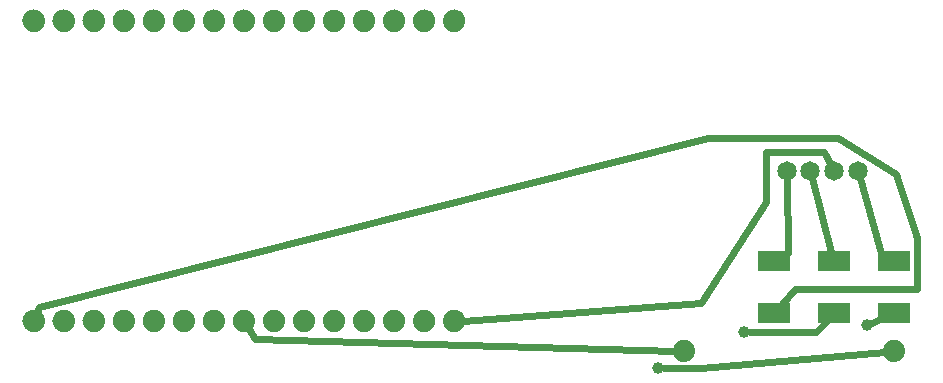
<source format=gbl>
G04 MADE WITH FRITZING*
G04 WWW.FRITZING.ORG*
G04 DOUBLE SIDED*
G04 HOLES PLATED*
G04 CONTOUR ON CENTER OF CONTOUR VECTOR*
%ASAXBY*%
%FSLAX23Y23*%
%MOIN*%
%OFA0B0*%
%SFA1.0B1.0*%
%ADD10C,0.074000*%
%ADD11C,0.074106*%
%ADD12C,0.065000*%
%ADD13C,0.039370*%
%ADD14R,0.106299X0.070866*%
%ADD15C,0.024000*%
%ADD16R,0.001000X0.001000*%
%LNCOPPER0*%
G90*
G70*
G54D10*
X3222Y136D03*
X2522Y136D03*
G54D11*
X1757Y236D03*
X1657Y236D03*
X1557Y236D03*
X1457Y236D03*
X1357Y236D03*
X1257Y236D03*
X1156Y236D03*
X1056Y236D03*
X956Y236D03*
X856Y236D03*
X756Y236D03*
X656Y236D03*
X556Y236D03*
X455Y236D03*
X355Y236D03*
X1757Y1237D03*
X1657Y1237D03*
X1557Y1237D03*
X1457Y1237D03*
X1357Y1237D03*
X1257Y1237D03*
X1156Y1237D03*
X1056Y1237D03*
X956Y1237D03*
X856Y1237D03*
X756Y1237D03*
X656Y1237D03*
X556Y1237D03*
X455Y1237D03*
X355Y1237D03*
X1757Y236D03*
X1657Y236D03*
X1557Y236D03*
X1457Y236D03*
X1357Y236D03*
X1257Y236D03*
X1156Y236D03*
X1056Y236D03*
X956Y236D03*
X856Y236D03*
X756Y236D03*
X656Y236D03*
X556Y236D03*
X455Y236D03*
X355Y236D03*
X1757Y1237D03*
X1657Y1237D03*
X1557Y1237D03*
X1457Y1237D03*
X1357Y1237D03*
X1257Y1237D03*
X1156Y1237D03*
X1056Y1237D03*
X956Y1237D03*
X856Y1237D03*
X756Y1237D03*
X656Y1237D03*
X556Y1237D03*
X455Y1237D03*
X355Y1237D03*
G54D12*
X3101Y736D03*
X3022Y736D03*
X2944Y736D03*
X2865Y736D03*
X3101Y736D03*
X3022Y736D03*
X2944Y736D03*
X2865Y736D03*
G54D13*
X2436Y80D03*
X2724Y200D03*
X3132Y224D03*
G54D14*
X2822Y263D03*
X2822Y436D03*
X3022Y263D03*
X3022Y436D03*
X3222Y263D03*
X3222Y436D03*
G54D15*
X2822Y436D02*
X2868Y464D01*
X2868Y464D02*
X2865Y712D01*
D02*
X3222Y436D02*
X3180Y464D01*
X3180Y464D02*
X3108Y713D01*
D02*
X3014Y466D02*
X2950Y713D01*
D02*
X3011Y757D02*
X2988Y800D01*
X2988Y800D02*
X2796Y800D01*
X2796Y800D02*
X2796Y632D01*
X2796Y632D02*
X2580Y296D01*
X2580Y296D02*
X1786Y238D01*
D02*
X1071Y211D02*
X1092Y176D01*
X1092Y176D02*
X2491Y137D01*
D02*
X3191Y133D02*
X2580Y80D01*
X2580Y80D02*
X2455Y80D01*
D02*
X2995Y233D02*
X2964Y200D01*
X2964Y200D02*
X2743Y200D01*
D02*
X2848Y293D02*
X2892Y344D01*
X2892Y344D02*
X3300Y344D01*
X3300Y344D02*
X3300Y512D01*
X3300Y512D02*
X3228Y728D01*
X3228Y728D02*
X3036Y848D01*
X3036Y848D02*
X2604Y848D01*
X2604Y848D02*
X372Y284D01*
X372Y284D02*
X365Y263D01*
D02*
X3175Y242D02*
X3149Y231D01*
G54D16*
X353Y1275D02*
X356Y1275D01*
X454Y1275D02*
X456Y1275D01*
X554Y1275D02*
X556Y1275D01*
X654Y1275D02*
X656Y1275D01*
X754Y1275D02*
X756Y1275D01*
X854Y1275D02*
X857Y1275D01*
X954Y1275D02*
X957Y1275D01*
X1054Y1275D02*
X1057Y1275D01*
X1155Y1275D02*
X1157Y1275D01*
X1255Y1275D02*
X1257Y1275D01*
X1355Y1275D02*
X1357Y1275D01*
X1455Y1275D02*
X1457Y1275D01*
X1555Y1275D02*
X1558Y1275D01*
X1655Y1275D02*
X1658Y1275D01*
X1755Y1275D02*
X1758Y1275D01*
X347Y1274D02*
X363Y1274D01*
X447Y1274D02*
X463Y1274D01*
X547Y1274D02*
X563Y1274D01*
X647Y1274D02*
X663Y1274D01*
X747Y1274D02*
X763Y1274D01*
X848Y1274D02*
X863Y1274D01*
X948Y1274D02*
X963Y1274D01*
X1048Y1274D02*
X1063Y1274D01*
X1148Y1274D02*
X1164Y1274D01*
X1248Y1274D02*
X1264Y1274D01*
X1348Y1274D02*
X1364Y1274D01*
X1448Y1274D02*
X1464Y1274D01*
X1548Y1274D02*
X1564Y1274D01*
X1649Y1274D02*
X1664Y1274D01*
X1749Y1274D02*
X1764Y1274D01*
X343Y1273D02*
X366Y1273D01*
X444Y1273D02*
X466Y1273D01*
X544Y1273D02*
X566Y1273D01*
X644Y1273D02*
X666Y1273D01*
X744Y1273D02*
X766Y1273D01*
X844Y1273D02*
X867Y1273D01*
X944Y1273D02*
X967Y1273D01*
X1044Y1273D02*
X1067Y1273D01*
X1145Y1273D02*
X1167Y1273D01*
X1245Y1273D02*
X1267Y1273D01*
X1345Y1273D02*
X1367Y1273D01*
X1445Y1273D02*
X1467Y1273D01*
X1545Y1273D02*
X1567Y1273D01*
X1645Y1273D02*
X1668Y1273D01*
X1745Y1273D02*
X1768Y1273D01*
X341Y1272D02*
X369Y1272D01*
X441Y1272D02*
X469Y1272D01*
X541Y1272D02*
X569Y1272D01*
X641Y1272D02*
X669Y1272D01*
X741Y1272D02*
X769Y1272D01*
X842Y1272D02*
X869Y1272D01*
X942Y1272D02*
X969Y1272D01*
X1042Y1272D02*
X1069Y1272D01*
X1142Y1272D02*
X1170Y1272D01*
X1242Y1272D02*
X1270Y1272D01*
X1342Y1272D02*
X1370Y1272D01*
X1442Y1272D02*
X1470Y1272D01*
X1542Y1272D02*
X1570Y1272D01*
X1643Y1272D02*
X1670Y1272D01*
X1743Y1272D02*
X1770Y1272D01*
X339Y1271D02*
X371Y1271D01*
X439Y1271D02*
X471Y1271D01*
X539Y1271D02*
X571Y1271D01*
X639Y1271D02*
X671Y1271D01*
X739Y1271D02*
X771Y1271D01*
X839Y1271D02*
X871Y1271D01*
X939Y1271D02*
X971Y1271D01*
X1040Y1271D02*
X1072Y1271D01*
X1140Y1271D02*
X1172Y1271D01*
X1240Y1271D02*
X1272Y1271D01*
X1340Y1271D02*
X1372Y1271D01*
X1440Y1271D02*
X1472Y1271D01*
X1540Y1271D02*
X1572Y1271D01*
X1640Y1271D02*
X1672Y1271D01*
X1741Y1271D02*
X1773Y1271D01*
X337Y1270D02*
X373Y1270D01*
X437Y1270D02*
X473Y1270D01*
X537Y1270D02*
X573Y1270D01*
X637Y1270D02*
X673Y1270D01*
X737Y1270D02*
X773Y1270D01*
X837Y1270D02*
X873Y1270D01*
X938Y1270D02*
X973Y1270D01*
X1038Y1270D02*
X1074Y1270D01*
X1138Y1270D02*
X1174Y1270D01*
X1238Y1270D02*
X1274Y1270D01*
X1338Y1270D02*
X1374Y1270D01*
X1438Y1270D02*
X1474Y1270D01*
X1538Y1270D02*
X1574Y1270D01*
X1638Y1270D02*
X1674Y1270D01*
X1739Y1270D02*
X1774Y1270D01*
X335Y1269D02*
X374Y1269D01*
X435Y1269D02*
X474Y1269D01*
X535Y1269D02*
X575Y1269D01*
X635Y1269D02*
X675Y1269D01*
X736Y1269D02*
X775Y1269D01*
X836Y1269D02*
X875Y1269D01*
X936Y1269D02*
X975Y1269D01*
X1036Y1269D02*
X1075Y1269D01*
X1136Y1269D02*
X1175Y1269D01*
X1236Y1269D02*
X1275Y1269D01*
X1336Y1269D02*
X1376Y1269D01*
X1437Y1269D02*
X1476Y1269D01*
X1537Y1269D02*
X1576Y1269D01*
X1637Y1269D02*
X1676Y1269D01*
X1737Y1269D02*
X1776Y1269D01*
X334Y1268D02*
X376Y1268D01*
X434Y1268D02*
X476Y1268D01*
X534Y1268D02*
X576Y1268D01*
X634Y1268D02*
X676Y1268D01*
X734Y1268D02*
X776Y1268D01*
X834Y1268D02*
X876Y1268D01*
X934Y1268D02*
X977Y1268D01*
X1034Y1268D02*
X1077Y1268D01*
X1135Y1268D02*
X1177Y1268D01*
X1235Y1268D02*
X1277Y1268D01*
X1335Y1268D02*
X1377Y1268D01*
X1435Y1268D02*
X1477Y1268D01*
X1535Y1268D02*
X1577Y1268D01*
X1635Y1268D02*
X1678Y1268D01*
X1735Y1268D02*
X1778Y1268D01*
X332Y1267D02*
X377Y1267D01*
X432Y1267D02*
X477Y1267D01*
X532Y1267D02*
X577Y1267D01*
X633Y1267D02*
X678Y1267D01*
X733Y1267D02*
X778Y1267D01*
X833Y1267D02*
X878Y1267D01*
X933Y1267D02*
X978Y1267D01*
X1033Y1267D02*
X1078Y1267D01*
X1133Y1267D02*
X1178Y1267D01*
X1233Y1267D02*
X1278Y1267D01*
X1334Y1267D02*
X1379Y1267D01*
X1434Y1267D02*
X1479Y1267D01*
X1534Y1267D02*
X1579Y1267D01*
X1634Y1267D02*
X1679Y1267D01*
X1734Y1267D02*
X1779Y1267D01*
X331Y1266D02*
X378Y1266D01*
X431Y1266D02*
X479Y1266D01*
X531Y1266D02*
X579Y1266D01*
X631Y1266D02*
X679Y1266D01*
X731Y1266D02*
X779Y1266D01*
X832Y1266D02*
X879Y1266D01*
X932Y1266D02*
X979Y1266D01*
X1032Y1266D02*
X1079Y1266D01*
X1132Y1266D02*
X1179Y1266D01*
X1232Y1266D02*
X1280Y1266D01*
X1332Y1266D02*
X1380Y1266D01*
X1432Y1266D02*
X1480Y1266D01*
X1533Y1266D02*
X1580Y1266D01*
X1633Y1266D02*
X1680Y1266D01*
X1733Y1266D02*
X1780Y1266D01*
X330Y1265D02*
X380Y1265D01*
X430Y1265D02*
X480Y1265D01*
X530Y1265D02*
X580Y1265D01*
X630Y1265D02*
X680Y1265D01*
X730Y1265D02*
X780Y1265D01*
X831Y1265D02*
X880Y1265D01*
X931Y1265D02*
X980Y1265D01*
X1031Y1265D02*
X1080Y1265D01*
X1131Y1265D02*
X1181Y1265D01*
X1231Y1265D02*
X1281Y1265D01*
X1331Y1265D02*
X1381Y1265D01*
X1431Y1265D02*
X1481Y1265D01*
X1531Y1265D02*
X1581Y1265D01*
X1632Y1265D02*
X1681Y1265D01*
X1732Y1265D02*
X1781Y1265D01*
X329Y1264D02*
X381Y1264D01*
X429Y1264D02*
X481Y1264D01*
X529Y1264D02*
X581Y1264D01*
X629Y1264D02*
X681Y1264D01*
X729Y1264D02*
X781Y1264D01*
X829Y1264D02*
X881Y1264D01*
X930Y1264D02*
X981Y1264D01*
X1030Y1264D02*
X1082Y1264D01*
X1130Y1264D02*
X1182Y1264D01*
X1230Y1264D02*
X1282Y1264D01*
X1330Y1264D02*
X1382Y1264D01*
X1430Y1264D02*
X1482Y1264D01*
X1530Y1264D02*
X1582Y1264D01*
X1630Y1264D02*
X1682Y1264D01*
X1731Y1264D02*
X1782Y1264D01*
X328Y1263D02*
X382Y1263D01*
X428Y1263D02*
X482Y1263D01*
X528Y1263D02*
X582Y1263D01*
X628Y1263D02*
X682Y1263D01*
X728Y1263D02*
X782Y1263D01*
X829Y1263D02*
X882Y1263D01*
X929Y1263D02*
X982Y1263D01*
X1029Y1263D02*
X1082Y1263D01*
X1129Y1263D02*
X1183Y1263D01*
X1229Y1263D02*
X1283Y1263D01*
X1329Y1263D02*
X1383Y1263D01*
X1429Y1263D02*
X1483Y1263D01*
X1529Y1263D02*
X1583Y1263D01*
X1630Y1263D02*
X1683Y1263D01*
X1730Y1263D02*
X1783Y1263D01*
X327Y1262D02*
X382Y1262D01*
X427Y1262D02*
X483Y1262D01*
X527Y1262D02*
X583Y1262D01*
X627Y1262D02*
X683Y1262D01*
X728Y1262D02*
X783Y1262D01*
X828Y1262D02*
X883Y1262D01*
X928Y1262D02*
X983Y1262D01*
X1028Y1262D02*
X1083Y1262D01*
X1128Y1262D02*
X1183Y1262D01*
X1228Y1262D02*
X1284Y1262D01*
X1328Y1262D02*
X1384Y1262D01*
X1428Y1262D02*
X1484Y1262D01*
X1529Y1262D02*
X1584Y1262D01*
X1629Y1262D02*
X1684Y1262D01*
X1729Y1262D02*
X1784Y1262D01*
X326Y1261D02*
X383Y1261D01*
X426Y1261D02*
X483Y1261D01*
X526Y1261D02*
X583Y1261D01*
X627Y1261D02*
X684Y1261D01*
X727Y1261D02*
X784Y1261D01*
X827Y1261D02*
X884Y1261D01*
X927Y1261D02*
X984Y1261D01*
X1027Y1261D02*
X1084Y1261D01*
X1127Y1261D02*
X1184Y1261D01*
X1227Y1261D02*
X1284Y1261D01*
X1328Y1261D02*
X1384Y1261D01*
X1428Y1261D02*
X1485Y1261D01*
X1528Y1261D02*
X1585Y1261D01*
X1628Y1261D02*
X1685Y1261D01*
X1728Y1261D02*
X1785Y1261D01*
X326Y1260D02*
X384Y1260D01*
X426Y1260D02*
X484Y1260D01*
X526Y1260D02*
X584Y1260D01*
X626Y1260D02*
X684Y1260D01*
X726Y1260D02*
X784Y1260D01*
X826Y1260D02*
X885Y1260D01*
X926Y1260D02*
X985Y1260D01*
X1026Y1260D02*
X1085Y1260D01*
X1127Y1260D02*
X1185Y1260D01*
X1227Y1260D02*
X1285Y1260D01*
X1327Y1260D02*
X1385Y1260D01*
X1427Y1260D02*
X1485Y1260D01*
X1527Y1260D02*
X1585Y1260D01*
X1627Y1260D02*
X1686Y1260D01*
X1727Y1260D02*
X1786Y1260D01*
X325Y1259D02*
X385Y1259D01*
X425Y1259D02*
X485Y1259D01*
X525Y1259D02*
X585Y1259D01*
X625Y1259D02*
X685Y1259D01*
X725Y1259D02*
X785Y1259D01*
X825Y1259D02*
X885Y1259D01*
X926Y1259D02*
X985Y1259D01*
X1026Y1259D02*
X1086Y1259D01*
X1126Y1259D02*
X1186Y1259D01*
X1226Y1259D02*
X1286Y1259D01*
X1326Y1259D02*
X1386Y1259D01*
X1426Y1259D02*
X1486Y1259D01*
X1526Y1259D02*
X1586Y1259D01*
X1626Y1259D02*
X1686Y1259D01*
X1727Y1259D02*
X1786Y1259D01*
X324Y1258D02*
X385Y1258D01*
X424Y1258D02*
X485Y1258D01*
X524Y1258D02*
X586Y1258D01*
X625Y1258D02*
X686Y1258D01*
X725Y1258D02*
X786Y1258D01*
X825Y1258D02*
X886Y1258D01*
X925Y1258D02*
X986Y1258D01*
X1025Y1258D02*
X1086Y1258D01*
X1125Y1258D02*
X1186Y1258D01*
X1225Y1258D02*
X1286Y1258D01*
X1325Y1258D02*
X1387Y1258D01*
X1426Y1258D02*
X1487Y1258D01*
X1526Y1258D02*
X1587Y1258D01*
X1626Y1258D02*
X1687Y1258D01*
X1726Y1258D02*
X1787Y1258D01*
X324Y1257D02*
X386Y1257D01*
X424Y1257D02*
X486Y1257D01*
X524Y1257D02*
X586Y1257D01*
X624Y1257D02*
X686Y1257D01*
X724Y1257D02*
X786Y1257D01*
X824Y1257D02*
X886Y1257D01*
X924Y1257D02*
X987Y1257D01*
X1024Y1257D02*
X1087Y1257D01*
X1125Y1257D02*
X1187Y1257D01*
X1225Y1257D02*
X1287Y1257D01*
X1325Y1257D02*
X1387Y1257D01*
X1425Y1257D02*
X1487Y1257D01*
X1525Y1257D02*
X1587Y1257D01*
X1625Y1257D02*
X1688Y1257D01*
X1725Y1257D02*
X1788Y1257D01*
X323Y1256D02*
X386Y1256D01*
X423Y1256D02*
X487Y1256D01*
X523Y1256D02*
X587Y1256D01*
X623Y1256D02*
X687Y1256D01*
X724Y1256D02*
X787Y1256D01*
X824Y1256D02*
X887Y1256D01*
X924Y1256D02*
X987Y1256D01*
X1024Y1256D02*
X1087Y1256D01*
X1124Y1256D02*
X1187Y1256D01*
X1224Y1256D02*
X1288Y1256D01*
X1324Y1256D02*
X1388Y1256D01*
X1424Y1256D02*
X1488Y1256D01*
X1525Y1256D02*
X1588Y1256D01*
X1625Y1256D02*
X1688Y1256D01*
X1725Y1256D02*
X1788Y1256D01*
X322Y1255D02*
X349Y1255D01*
X360Y1255D02*
X387Y1255D01*
X423Y1255D02*
X450Y1255D01*
X460Y1255D02*
X487Y1255D01*
X523Y1255D02*
X550Y1255D01*
X560Y1255D02*
X587Y1255D01*
X623Y1255D02*
X650Y1255D01*
X660Y1255D02*
X687Y1255D01*
X723Y1255D02*
X750Y1255D01*
X760Y1255D02*
X787Y1255D01*
X823Y1255D02*
X850Y1255D01*
X861Y1255D02*
X888Y1255D01*
X923Y1255D02*
X950Y1255D01*
X961Y1255D02*
X988Y1255D01*
X1023Y1255D02*
X1050Y1255D01*
X1061Y1255D02*
X1088Y1255D01*
X1124Y1255D02*
X1151Y1255D01*
X1161Y1255D02*
X1188Y1255D01*
X1224Y1255D02*
X1251Y1255D01*
X1261Y1255D02*
X1288Y1255D01*
X1324Y1255D02*
X1351Y1255D01*
X1361Y1255D02*
X1388Y1255D01*
X1424Y1255D02*
X1451Y1255D01*
X1461Y1255D02*
X1488Y1255D01*
X1524Y1255D02*
X1551Y1255D01*
X1562Y1255D02*
X1588Y1255D01*
X1624Y1255D02*
X1651Y1255D01*
X1662Y1255D02*
X1689Y1255D01*
X1724Y1255D02*
X1751Y1255D01*
X1762Y1255D02*
X1789Y1255D01*
X322Y1254D02*
X347Y1254D01*
X363Y1254D02*
X387Y1254D01*
X422Y1254D02*
X447Y1254D01*
X463Y1254D02*
X488Y1254D01*
X522Y1254D02*
X547Y1254D01*
X563Y1254D02*
X588Y1254D01*
X622Y1254D02*
X647Y1254D01*
X663Y1254D02*
X688Y1254D01*
X723Y1254D02*
X747Y1254D01*
X763Y1254D02*
X788Y1254D01*
X823Y1254D02*
X847Y1254D01*
X863Y1254D02*
X888Y1254D01*
X923Y1254D02*
X947Y1254D01*
X964Y1254D02*
X988Y1254D01*
X1023Y1254D02*
X1048Y1254D01*
X1064Y1254D02*
X1088Y1254D01*
X1123Y1254D02*
X1148Y1254D01*
X1164Y1254D02*
X1188Y1254D01*
X1223Y1254D02*
X1248Y1254D01*
X1264Y1254D02*
X1289Y1254D01*
X1323Y1254D02*
X1348Y1254D01*
X1364Y1254D02*
X1389Y1254D01*
X1423Y1254D02*
X1448Y1254D01*
X1464Y1254D02*
X1489Y1254D01*
X1524Y1254D02*
X1548Y1254D01*
X1564Y1254D02*
X1589Y1254D01*
X1624Y1254D02*
X1648Y1254D01*
X1664Y1254D02*
X1689Y1254D01*
X1724Y1254D02*
X1748Y1254D01*
X1765Y1254D02*
X1789Y1254D01*
X322Y1253D02*
X345Y1253D01*
X365Y1253D02*
X388Y1253D01*
X422Y1253D02*
X445Y1253D01*
X465Y1253D02*
X488Y1253D01*
X522Y1253D02*
X545Y1253D01*
X565Y1253D02*
X588Y1253D01*
X622Y1253D02*
X645Y1253D01*
X665Y1253D02*
X688Y1253D01*
X722Y1253D02*
X745Y1253D01*
X765Y1253D02*
X788Y1253D01*
X822Y1253D02*
X846Y1253D01*
X865Y1253D02*
X889Y1253D01*
X922Y1253D02*
X946Y1253D01*
X965Y1253D02*
X989Y1253D01*
X1022Y1253D02*
X1046Y1253D01*
X1065Y1253D02*
X1089Y1253D01*
X1123Y1253D02*
X1146Y1253D01*
X1166Y1253D02*
X1189Y1253D01*
X1223Y1253D02*
X1246Y1253D01*
X1266Y1253D02*
X1289Y1253D01*
X1323Y1253D02*
X1346Y1253D01*
X1366Y1253D02*
X1389Y1253D01*
X1423Y1253D02*
X1446Y1253D01*
X1466Y1253D02*
X1489Y1253D01*
X1523Y1253D02*
X1546Y1253D01*
X1566Y1253D02*
X1589Y1253D01*
X1623Y1253D02*
X1647Y1253D01*
X1666Y1253D02*
X1690Y1253D01*
X1723Y1253D02*
X1747Y1253D01*
X1766Y1253D02*
X1790Y1253D01*
X321Y1252D02*
X344Y1252D01*
X366Y1252D02*
X388Y1252D01*
X421Y1252D02*
X444Y1252D01*
X466Y1252D02*
X488Y1252D01*
X521Y1252D02*
X544Y1252D01*
X566Y1252D02*
X589Y1252D01*
X621Y1252D02*
X644Y1252D01*
X666Y1252D02*
X689Y1252D01*
X722Y1252D02*
X744Y1252D01*
X766Y1252D02*
X789Y1252D01*
X822Y1252D02*
X844Y1252D01*
X866Y1252D02*
X889Y1252D01*
X922Y1252D02*
X944Y1252D01*
X967Y1252D02*
X989Y1252D01*
X1022Y1252D02*
X1045Y1252D01*
X1067Y1252D02*
X1089Y1252D01*
X1122Y1252D02*
X1145Y1252D01*
X1167Y1252D02*
X1189Y1252D01*
X1222Y1252D02*
X1245Y1252D01*
X1267Y1252D02*
X1289Y1252D01*
X1322Y1252D02*
X1345Y1252D01*
X1367Y1252D02*
X1390Y1252D01*
X1423Y1252D02*
X1445Y1252D01*
X1467Y1252D02*
X1490Y1252D01*
X1523Y1252D02*
X1545Y1252D01*
X1567Y1252D02*
X1590Y1252D01*
X1623Y1252D02*
X1645Y1252D01*
X1667Y1252D02*
X1690Y1252D01*
X1723Y1252D02*
X1745Y1252D01*
X1768Y1252D02*
X1790Y1252D01*
X321Y1251D02*
X342Y1251D01*
X367Y1251D02*
X389Y1251D01*
X421Y1251D02*
X443Y1251D01*
X467Y1251D02*
X489Y1251D01*
X521Y1251D02*
X543Y1251D01*
X567Y1251D02*
X589Y1251D01*
X621Y1251D02*
X643Y1251D01*
X667Y1251D02*
X689Y1251D01*
X721Y1251D02*
X743Y1251D01*
X767Y1251D02*
X789Y1251D01*
X821Y1251D02*
X843Y1251D01*
X868Y1251D02*
X889Y1251D01*
X921Y1251D02*
X943Y1251D01*
X968Y1251D02*
X989Y1251D01*
X1022Y1251D02*
X1043Y1251D01*
X1068Y1251D02*
X1090Y1251D01*
X1122Y1251D02*
X1143Y1251D01*
X1168Y1251D02*
X1190Y1251D01*
X1222Y1251D02*
X1244Y1251D01*
X1268Y1251D02*
X1290Y1251D01*
X1322Y1251D02*
X1344Y1251D01*
X1368Y1251D02*
X1390Y1251D01*
X1422Y1251D02*
X1444Y1251D01*
X1468Y1251D02*
X1490Y1251D01*
X1522Y1251D02*
X1544Y1251D01*
X1569Y1251D02*
X1590Y1251D01*
X1622Y1251D02*
X1644Y1251D01*
X1669Y1251D02*
X1690Y1251D01*
X1723Y1251D02*
X1744Y1251D01*
X1769Y1251D02*
X1791Y1251D01*
X320Y1250D02*
X341Y1250D01*
X368Y1250D02*
X389Y1250D01*
X420Y1250D02*
X442Y1250D01*
X468Y1250D02*
X489Y1250D01*
X521Y1250D02*
X542Y1250D01*
X568Y1250D02*
X589Y1250D01*
X621Y1250D02*
X642Y1250D01*
X668Y1250D02*
X689Y1250D01*
X721Y1250D02*
X742Y1250D01*
X769Y1250D02*
X790Y1250D01*
X821Y1250D02*
X842Y1250D01*
X869Y1250D02*
X890Y1250D01*
X921Y1250D02*
X942Y1250D01*
X969Y1250D02*
X990Y1250D01*
X1021Y1250D02*
X1042Y1250D01*
X1069Y1250D02*
X1090Y1250D01*
X1121Y1250D02*
X1142Y1250D01*
X1169Y1250D02*
X1190Y1250D01*
X1222Y1250D02*
X1243Y1250D01*
X1269Y1250D02*
X1290Y1250D01*
X1322Y1250D02*
X1343Y1250D01*
X1369Y1250D02*
X1390Y1250D01*
X1422Y1250D02*
X1443Y1250D01*
X1469Y1250D02*
X1490Y1250D01*
X1522Y1250D02*
X1543Y1250D01*
X1570Y1250D02*
X1591Y1250D01*
X1622Y1250D02*
X1643Y1250D01*
X1670Y1250D02*
X1691Y1250D01*
X1722Y1250D02*
X1743Y1250D01*
X1770Y1250D02*
X1791Y1250D01*
X320Y1249D02*
X341Y1249D01*
X369Y1249D02*
X389Y1249D01*
X420Y1249D02*
X441Y1249D01*
X469Y1249D02*
X490Y1249D01*
X520Y1249D02*
X541Y1249D01*
X569Y1249D02*
X590Y1249D01*
X620Y1249D02*
X641Y1249D01*
X669Y1249D02*
X690Y1249D01*
X720Y1249D02*
X741Y1249D01*
X769Y1249D02*
X790Y1249D01*
X821Y1249D02*
X841Y1249D01*
X870Y1249D02*
X890Y1249D01*
X921Y1249D02*
X941Y1249D01*
X970Y1249D02*
X990Y1249D01*
X1021Y1249D02*
X1041Y1249D01*
X1070Y1249D02*
X1090Y1249D01*
X1121Y1249D02*
X1142Y1249D01*
X1170Y1249D02*
X1190Y1249D01*
X1221Y1249D02*
X1242Y1249D01*
X1270Y1249D02*
X1291Y1249D01*
X1321Y1249D02*
X1342Y1249D01*
X1370Y1249D02*
X1391Y1249D01*
X1421Y1249D02*
X1442Y1249D01*
X1470Y1249D02*
X1491Y1249D01*
X1522Y1249D02*
X1542Y1249D01*
X1570Y1249D02*
X1591Y1249D01*
X1622Y1249D02*
X1642Y1249D01*
X1671Y1249D02*
X1691Y1249D01*
X1722Y1249D02*
X1742Y1249D01*
X1771Y1249D02*
X1791Y1249D01*
X320Y1248D02*
X340Y1248D01*
X370Y1248D02*
X390Y1248D01*
X420Y1248D02*
X440Y1248D01*
X470Y1248D02*
X490Y1248D01*
X520Y1248D02*
X540Y1248D01*
X570Y1248D02*
X590Y1248D01*
X620Y1248D02*
X640Y1248D01*
X670Y1248D02*
X690Y1248D01*
X720Y1248D02*
X740Y1248D01*
X770Y1248D02*
X790Y1248D01*
X820Y1248D02*
X840Y1248D01*
X870Y1248D02*
X890Y1248D01*
X920Y1248D02*
X940Y1248D01*
X970Y1248D02*
X990Y1248D01*
X1021Y1248D02*
X1041Y1248D01*
X1071Y1248D02*
X1091Y1248D01*
X1121Y1248D02*
X1141Y1248D01*
X1171Y1248D02*
X1191Y1248D01*
X1221Y1248D02*
X1241Y1248D01*
X1271Y1248D02*
X1291Y1248D01*
X1321Y1248D02*
X1341Y1248D01*
X1371Y1248D02*
X1391Y1248D01*
X1421Y1248D02*
X1441Y1248D01*
X1471Y1248D02*
X1491Y1248D01*
X1521Y1248D02*
X1541Y1248D01*
X1571Y1248D02*
X1591Y1248D01*
X1621Y1248D02*
X1641Y1248D01*
X1671Y1248D02*
X1691Y1248D01*
X1722Y1248D02*
X1742Y1248D01*
X1772Y1248D02*
X1792Y1248D01*
X319Y1247D02*
X339Y1247D01*
X370Y1247D02*
X390Y1247D01*
X420Y1247D02*
X439Y1247D01*
X470Y1247D02*
X490Y1247D01*
X520Y1247D02*
X539Y1247D01*
X571Y1247D02*
X590Y1247D01*
X620Y1247D02*
X639Y1247D01*
X671Y1247D02*
X690Y1247D01*
X720Y1247D02*
X740Y1247D01*
X771Y1247D02*
X791Y1247D01*
X820Y1247D02*
X840Y1247D01*
X871Y1247D02*
X891Y1247D01*
X920Y1247D02*
X940Y1247D01*
X971Y1247D02*
X991Y1247D01*
X1020Y1247D02*
X1040Y1247D01*
X1071Y1247D02*
X1091Y1247D01*
X1120Y1247D02*
X1140Y1247D01*
X1171Y1247D02*
X1191Y1247D01*
X1221Y1247D02*
X1240Y1247D01*
X1272Y1247D02*
X1291Y1247D01*
X1321Y1247D02*
X1340Y1247D01*
X1372Y1247D02*
X1391Y1247D01*
X1421Y1247D02*
X1440Y1247D01*
X1472Y1247D02*
X1491Y1247D01*
X1521Y1247D02*
X1541Y1247D01*
X1572Y1247D02*
X1592Y1247D01*
X1621Y1247D02*
X1641Y1247D01*
X1672Y1247D02*
X1692Y1247D01*
X1721Y1247D02*
X1741Y1247D01*
X1772Y1247D02*
X1792Y1247D01*
X319Y1246D02*
X338Y1246D01*
X371Y1246D02*
X390Y1246D01*
X419Y1246D02*
X439Y1246D01*
X471Y1246D02*
X490Y1246D01*
X519Y1246D02*
X539Y1246D01*
X571Y1246D02*
X591Y1246D01*
X620Y1246D02*
X639Y1246D01*
X671Y1246D02*
X691Y1246D01*
X720Y1246D02*
X739Y1246D01*
X771Y1246D02*
X791Y1246D01*
X820Y1246D02*
X839Y1246D01*
X872Y1246D02*
X891Y1246D01*
X920Y1246D02*
X939Y1246D01*
X972Y1246D02*
X991Y1246D01*
X1020Y1246D02*
X1039Y1246D01*
X1072Y1246D02*
X1091Y1246D01*
X1120Y1246D02*
X1140Y1246D01*
X1172Y1246D02*
X1191Y1246D01*
X1220Y1246D02*
X1240Y1246D01*
X1272Y1246D02*
X1291Y1246D01*
X1320Y1246D02*
X1340Y1246D01*
X1372Y1246D02*
X1392Y1246D01*
X1421Y1246D02*
X1440Y1246D01*
X1472Y1246D02*
X1492Y1246D01*
X1521Y1246D02*
X1540Y1246D01*
X1572Y1246D02*
X1592Y1246D01*
X1621Y1246D02*
X1640Y1246D01*
X1673Y1246D02*
X1692Y1246D01*
X1721Y1246D02*
X1740Y1246D01*
X1773Y1246D02*
X1792Y1246D01*
X319Y1245D02*
X338Y1245D01*
X371Y1245D02*
X390Y1245D01*
X419Y1245D02*
X438Y1245D01*
X472Y1245D02*
X491Y1245D01*
X519Y1245D02*
X538Y1245D01*
X572Y1245D02*
X591Y1245D01*
X619Y1245D02*
X638Y1245D01*
X672Y1245D02*
X691Y1245D01*
X719Y1245D02*
X738Y1245D01*
X772Y1245D02*
X791Y1245D01*
X820Y1245D02*
X839Y1245D01*
X872Y1245D02*
X891Y1245D01*
X920Y1245D02*
X939Y1245D01*
X972Y1245D02*
X991Y1245D01*
X1020Y1245D02*
X1039Y1245D01*
X1072Y1245D02*
X1091Y1245D01*
X1120Y1245D02*
X1139Y1245D01*
X1173Y1245D02*
X1192Y1245D01*
X1220Y1245D02*
X1239Y1245D01*
X1273Y1245D02*
X1292Y1245D01*
X1320Y1245D02*
X1339Y1245D01*
X1373Y1245D02*
X1392Y1245D01*
X1420Y1245D02*
X1439Y1245D01*
X1473Y1245D02*
X1492Y1245D01*
X1520Y1245D02*
X1539Y1245D01*
X1573Y1245D02*
X1592Y1245D01*
X1621Y1245D02*
X1640Y1245D01*
X1673Y1245D02*
X1692Y1245D01*
X1721Y1245D02*
X1740Y1245D01*
X1773Y1245D02*
X1792Y1245D01*
X319Y1244D02*
X338Y1244D01*
X372Y1244D02*
X391Y1244D01*
X419Y1244D02*
X438Y1244D01*
X472Y1244D02*
X491Y1244D01*
X519Y1244D02*
X538Y1244D01*
X572Y1244D02*
X591Y1244D01*
X619Y1244D02*
X638Y1244D01*
X672Y1244D02*
X691Y1244D01*
X719Y1244D02*
X738Y1244D01*
X772Y1244D02*
X791Y1244D01*
X819Y1244D02*
X838Y1244D01*
X872Y1244D02*
X891Y1244D01*
X920Y1244D02*
X938Y1244D01*
X973Y1244D02*
X991Y1244D01*
X1020Y1244D02*
X1039Y1244D01*
X1073Y1244D02*
X1092Y1244D01*
X1120Y1244D02*
X1139Y1244D01*
X1173Y1244D02*
X1192Y1244D01*
X1220Y1244D02*
X1239Y1244D01*
X1273Y1244D02*
X1292Y1244D01*
X1320Y1244D02*
X1339Y1244D01*
X1373Y1244D02*
X1392Y1244D01*
X1420Y1244D02*
X1439Y1244D01*
X1473Y1244D02*
X1492Y1244D01*
X1520Y1244D02*
X1539Y1244D01*
X1573Y1244D02*
X1592Y1244D01*
X1620Y1244D02*
X1639Y1244D01*
X1674Y1244D02*
X1692Y1244D01*
X1721Y1244D02*
X1739Y1244D01*
X1774Y1244D02*
X1792Y1244D01*
X319Y1243D02*
X337Y1243D01*
X372Y1243D02*
X391Y1243D01*
X419Y1243D02*
X437Y1243D01*
X472Y1243D02*
X491Y1243D01*
X519Y1243D02*
X538Y1243D01*
X572Y1243D02*
X591Y1243D01*
X619Y1243D02*
X638Y1243D01*
X672Y1243D02*
X691Y1243D01*
X719Y1243D02*
X738Y1243D01*
X773Y1243D02*
X791Y1243D01*
X819Y1243D02*
X838Y1243D01*
X873Y1243D02*
X891Y1243D01*
X919Y1243D02*
X938Y1243D01*
X973Y1243D02*
X992Y1243D01*
X1020Y1243D02*
X1038Y1243D01*
X1073Y1243D02*
X1092Y1243D01*
X1120Y1243D02*
X1138Y1243D01*
X1173Y1243D02*
X1192Y1243D01*
X1220Y1243D02*
X1238Y1243D01*
X1273Y1243D02*
X1292Y1243D01*
X1320Y1243D02*
X1339Y1243D01*
X1373Y1243D02*
X1392Y1243D01*
X1420Y1243D02*
X1439Y1243D01*
X1474Y1243D02*
X1492Y1243D01*
X1520Y1243D02*
X1539Y1243D01*
X1574Y1243D02*
X1592Y1243D01*
X1620Y1243D02*
X1639Y1243D01*
X1674Y1243D02*
X1693Y1243D01*
X1720Y1243D02*
X1739Y1243D01*
X1774Y1243D02*
X1793Y1243D01*
X318Y1242D02*
X337Y1242D01*
X372Y1242D02*
X391Y1242D01*
X419Y1242D02*
X437Y1242D01*
X473Y1242D02*
X491Y1242D01*
X519Y1242D02*
X537Y1242D01*
X573Y1242D02*
X591Y1242D01*
X619Y1242D02*
X637Y1242D01*
X673Y1242D02*
X691Y1242D01*
X719Y1242D02*
X738Y1242D01*
X773Y1242D02*
X792Y1242D01*
X819Y1242D02*
X838Y1242D01*
X873Y1242D02*
X892Y1242D01*
X919Y1242D02*
X938Y1242D01*
X973Y1242D02*
X992Y1242D01*
X1019Y1242D02*
X1038Y1242D01*
X1073Y1242D02*
X1092Y1242D01*
X1119Y1242D02*
X1138Y1242D01*
X1173Y1242D02*
X1192Y1242D01*
X1220Y1242D02*
X1238Y1242D01*
X1274Y1242D02*
X1292Y1242D01*
X1320Y1242D02*
X1338Y1242D01*
X1374Y1242D02*
X1392Y1242D01*
X1420Y1242D02*
X1438Y1242D01*
X1474Y1242D02*
X1492Y1242D01*
X1520Y1242D02*
X1539Y1242D01*
X1574Y1242D02*
X1593Y1242D01*
X1620Y1242D02*
X1639Y1242D01*
X1674Y1242D02*
X1693Y1242D01*
X1720Y1242D02*
X1739Y1242D01*
X1774Y1242D02*
X1793Y1242D01*
X318Y1241D02*
X337Y1241D01*
X373Y1241D02*
X391Y1241D01*
X418Y1241D02*
X437Y1241D01*
X473Y1241D02*
X491Y1241D01*
X519Y1241D02*
X537Y1241D01*
X573Y1241D02*
X591Y1241D01*
X619Y1241D02*
X637Y1241D01*
X673Y1241D02*
X691Y1241D01*
X719Y1241D02*
X737Y1241D01*
X773Y1241D02*
X792Y1241D01*
X819Y1241D02*
X838Y1241D01*
X873Y1241D02*
X892Y1241D01*
X919Y1241D02*
X938Y1241D01*
X973Y1241D02*
X992Y1241D01*
X1019Y1241D02*
X1038Y1241D01*
X1073Y1241D02*
X1092Y1241D01*
X1119Y1241D02*
X1138Y1241D01*
X1174Y1241D02*
X1192Y1241D01*
X1220Y1241D02*
X1238Y1241D01*
X1274Y1241D02*
X1292Y1241D01*
X1320Y1241D02*
X1338Y1241D01*
X1374Y1241D02*
X1392Y1241D01*
X1420Y1241D02*
X1438Y1241D01*
X1474Y1241D02*
X1493Y1241D01*
X1520Y1241D02*
X1538Y1241D01*
X1574Y1241D02*
X1593Y1241D01*
X1620Y1241D02*
X1639Y1241D01*
X1674Y1241D02*
X1693Y1241D01*
X1720Y1241D02*
X1739Y1241D01*
X1774Y1241D02*
X1793Y1241D01*
X318Y1240D02*
X337Y1240D01*
X373Y1240D02*
X391Y1240D01*
X418Y1240D02*
X437Y1240D01*
X473Y1240D02*
X491Y1240D01*
X519Y1240D02*
X537Y1240D01*
X573Y1240D02*
X591Y1240D01*
X619Y1240D02*
X637Y1240D01*
X673Y1240D02*
X692Y1240D01*
X719Y1240D02*
X737Y1240D01*
X773Y1240D02*
X792Y1240D01*
X819Y1240D02*
X837Y1240D01*
X873Y1240D02*
X892Y1240D01*
X919Y1240D02*
X938Y1240D01*
X973Y1240D02*
X992Y1240D01*
X1019Y1240D02*
X1038Y1240D01*
X1073Y1240D02*
X1092Y1240D01*
X1119Y1240D02*
X1138Y1240D01*
X1174Y1240D02*
X1192Y1240D01*
X1219Y1240D02*
X1238Y1240D01*
X1274Y1240D02*
X1292Y1240D01*
X1320Y1240D02*
X1338Y1240D01*
X1374Y1240D02*
X1392Y1240D01*
X1420Y1240D02*
X1438Y1240D01*
X1474Y1240D02*
X1493Y1240D01*
X1520Y1240D02*
X1538Y1240D01*
X1574Y1240D02*
X1593Y1240D01*
X1620Y1240D02*
X1639Y1240D01*
X1674Y1240D02*
X1693Y1240D01*
X1720Y1240D02*
X1739Y1240D01*
X1774Y1240D02*
X1793Y1240D01*
X318Y1239D02*
X337Y1239D01*
X373Y1239D02*
X391Y1239D01*
X418Y1239D02*
X437Y1239D01*
X473Y1239D02*
X491Y1239D01*
X518Y1239D02*
X537Y1239D01*
X573Y1239D02*
X591Y1239D01*
X619Y1239D02*
X637Y1239D01*
X673Y1239D02*
X692Y1239D01*
X719Y1239D02*
X737Y1239D01*
X773Y1239D02*
X792Y1239D01*
X819Y1239D02*
X837Y1239D01*
X873Y1239D02*
X892Y1239D01*
X919Y1239D02*
X938Y1239D01*
X973Y1239D02*
X992Y1239D01*
X1019Y1239D02*
X1038Y1239D01*
X1074Y1239D02*
X1092Y1239D01*
X1119Y1239D02*
X1138Y1239D01*
X1174Y1239D02*
X1192Y1239D01*
X1219Y1239D02*
X1238Y1239D01*
X1274Y1239D02*
X1292Y1239D01*
X1320Y1239D02*
X1338Y1239D01*
X1374Y1239D02*
X1393Y1239D01*
X1420Y1239D02*
X1438Y1239D01*
X1474Y1239D02*
X1493Y1239D01*
X1520Y1239D02*
X1538Y1239D01*
X1574Y1239D02*
X1593Y1239D01*
X1620Y1239D02*
X1638Y1239D01*
X1674Y1239D02*
X1693Y1239D01*
X1720Y1239D02*
X1739Y1239D01*
X1774Y1239D02*
X1793Y1239D01*
X318Y1238D02*
X337Y1238D01*
X373Y1238D02*
X391Y1238D01*
X418Y1238D02*
X437Y1238D01*
X473Y1238D02*
X491Y1238D01*
X518Y1238D02*
X537Y1238D01*
X573Y1238D02*
X592Y1238D01*
X619Y1238D02*
X637Y1238D01*
X673Y1238D02*
X692Y1238D01*
X719Y1238D02*
X737Y1238D01*
X773Y1238D02*
X792Y1238D01*
X819Y1238D02*
X837Y1238D01*
X873Y1238D02*
X892Y1238D01*
X919Y1238D02*
X937Y1238D01*
X973Y1238D02*
X992Y1238D01*
X1019Y1238D02*
X1038Y1238D01*
X1074Y1238D02*
X1092Y1238D01*
X1119Y1238D02*
X1138Y1238D01*
X1174Y1238D02*
X1192Y1238D01*
X1219Y1238D02*
X1238Y1238D01*
X1274Y1238D02*
X1292Y1238D01*
X1319Y1238D02*
X1338Y1238D01*
X1374Y1238D02*
X1393Y1238D01*
X1420Y1238D02*
X1438Y1238D01*
X1474Y1238D02*
X1493Y1238D01*
X1520Y1238D02*
X1538Y1238D01*
X1574Y1238D02*
X1593Y1238D01*
X1620Y1238D02*
X1638Y1238D01*
X1674Y1238D02*
X1693Y1238D01*
X1720Y1238D02*
X1739Y1238D01*
X1775Y1238D02*
X1793Y1238D01*
X318Y1237D02*
X337Y1237D01*
X373Y1237D02*
X391Y1237D01*
X418Y1237D02*
X437Y1237D01*
X473Y1237D02*
X491Y1237D01*
X518Y1237D02*
X537Y1237D01*
X573Y1237D02*
X591Y1237D01*
X619Y1237D02*
X637Y1237D01*
X673Y1237D02*
X692Y1237D01*
X719Y1237D02*
X737Y1237D01*
X773Y1237D02*
X792Y1237D01*
X819Y1237D02*
X837Y1237D01*
X873Y1237D02*
X892Y1237D01*
X919Y1237D02*
X938Y1237D01*
X973Y1237D02*
X992Y1237D01*
X1019Y1237D02*
X1038Y1237D01*
X1074Y1237D02*
X1092Y1237D01*
X1119Y1237D02*
X1138Y1237D01*
X1174Y1237D02*
X1192Y1237D01*
X1219Y1237D02*
X1238Y1237D01*
X1274Y1237D02*
X1292Y1237D01*
X1320Y1237D02*
X1338Y1237D01*
X1374Y1237D02*
X1392Y1237D01*
X1420Y1237D02*
X1438Y1237D01*
X1474Y1237D02*
X1493Y1237D01*
X1520Y1237D02*
X1538Y1237D01*
X1574Y1237D02*
X1593Y1237D01*
X1620Y1237D02*
X1638Y1237D01*
X1674Y1237D02*
X1693Y1237D01*
X1720Y1237D02*
X1739Y1237D01*
X1774Y1237D02*
X1793Y1237D01*
X318Y1236D02*
X337Y1236D01*
X373Y1236D02*
X391Y1236D01*
X418Y1236D02*
X437Y1236D01*
X473Y1236D02*
X491Y1236D01*
X519Y1236D02*
X537Y1236D01*
X573Y1236D02*
X591Y1236D01*
X619Y1236D02*
X637Y1236D01*
X673Y1236D02*
X692Y1236D01*
X719Y1236D02*
X737Y1236D01*
X773Y1236D02*
X792Y1236D01*
X819Y1236D02*
X837Y1236D01*
X873Y1236D02*
X892Y1236D01*
X919Y1236D02*
X938Y1236D01*
X973Y1236D02*
X992Y1236D01*
X1019Y1236D02*
X1038Y1236D01*
X1073Y1236D02*
X1092Y1236D01*
X1119Y1236D02*
X1138Y1236D01*
X1174Y1236D02*
X1192Y1236D01*
X1219Y1236D02*
X1238Y1236D01*
X1274Y1236D02*
X1292Y1236D01*
X1320Y1236D02*
X1338Y1236D01*
X1374Y1236D02*
X1392Y1236D01*
X1420Y1236D02*
X1438Y1236D01*
X1474Y1236D02*
X1493Y1236D01*
X1520Y1236D02*
X1538Y1236D01*
X1574Y1236D02*
X1593Y1236D01*
X1620Y1236D02*
X1639Y1236D01*
X1674Y1236D02*
X1693Y1236D01*
X1720Y1236D02*
X1739Y1236D01*
X1774Y1236D02*
X1793Y1236D01*
X318Y1235D02*
X337Y1235D01*
X372Y1235D02*
X391Y1235D01*
X418Y1235D02*
X437Y1235D01*
X473Y1235D02*
X491Y1235D01*
X519Y1235D02*
X537Y1235D01*
X573Y1235D02*
X591Y1235D01*
X619Y1235D02*
X637Y1235D01*
X673Y1235D02*
X691Y1235D01*
X719Y1235D02*
X737Y1235D01*
X773Y1235D02*
X792Y1235D01*
X819Y1235D02*
X838Y1235D01*
X873Y1235D02*
X892Y1235D01*
X919Y1235D02*
X938Y1235D01*
X973Y1235D02*
X992Y1235D01*
X1019Y1235D02*
X1038Y1235D01*
X1073Y1235D02*
X1092Y1235D01*
X1119Y1235D02*
X1138Y1235D01*
X1174Y1235D02*
X1192Y1235D01*
X1220Y1235D02*
X1238Y1235D01*
X1274Y1235D02*
X1292Y1235D01*
X1320Y1235D02*
X1338Y1235D01*
X1374Y1235D02*
X1392Y1235D01*
X1420Y1235D02*
X1438Y1235D01*
X1474Y1235D02*
X1493Y1235D01*
X1520Y1235D02*
X1538Y1235D01*
X1574Y1235D02*
X1593Y1235D01*
X1620Y1235D02*
X1639Y1235D01*
X1674Y1235D02*
X1693Y1235D01*
X1720Y1235D02*
X1739Y1235D01*
X1774Y1235D02*
X1793Y1235D01*
X318Y1234D02*
X337Y1234D01*
X372Y1234D02*
X391Y1234D01*
X419Y1234D02*
X437Y1234D01*
X472Y1234D02*
X491Y1234D01*
X519Y1234D02*
X537Y1234D01*
X573Y1234D02*
X591Y1234D01*
X619Y1234D02*
X637Y1234D01*
X673Y1234D02*
X691Y1234D01*
X719Y1234D02*
X738Y1234D01*
X773Y1234D02*
X791Y1234D01*
X819Y1234D02*
X838Y1234D01*
X873Y1234D02*
X892Y1234D01*
X919Y1234D02*
X938Y1234D01*
X973Y1234D02*
X992Y1234D01*
X1019Y1234D02*
X1038Y1234D01*
X1073Y1234D02*
X1092Y1234D01*
X1119Y1234D02*
X1138Y1234D01*
X1173Y1234D02*
X1192Y1234D01*
X1220Y1234D02*
X1238Y1234D01*
X1274Y1234D02*
X1292Y1234D01*
X1320Y1234D02*
X1338Y1234D01*
X1374Y1234D02*
X1392Y1234D01*
X1420Y1234D02*
X1439Y1234D01*
X1474Y1234D02*
X1492Y1234D01*
X1520Y1234D02*
X1539Y1234D01*
X1574Y1234D02*
X1593Y1234D01*
X1620Y1234D02*
X1639Y1234D01*
X1674Y1234D02*
X1693Y1234D01*
X1720Y1234D02*
X1739Y1234D01*
X1774Y1234D02*
X1793Y1234D01*
X319Y1233D02*
X337Y1233D01*
X372Y1233D02*
X391Y1233D01*
X419Y1233D02*
X438Y1233D01*
X472Y1233D02*
X491Y1233D01*
X519Y1233D02*
X538Y1233D01*
X572Y1233D02*
X591Y1233D01*
X619Y1233D02*
X638Y1233D01*
X672Y1233D02*
X691Y1233D01*
X719Y1233D02*
X738Y1233D01*
X773Y1233D02*
X791Y1233D01*
X819Y1233D02*
X838Y1233D01*
X873Y1233D02*
X891Y1233D01*
X919Y1233D02*
X938Y1233D01*
X973Y1233D02*
X992Y1233D01*
X1020Y1233D02*
X1038Y1233D01*
X1073Y1233D02*
X1092Y1233D01*
X1120Y1233D02*
X1138Y1233D01*
X1173Y1233D02*
X1192Y1233D01*
X1220Y1233D02*
X1239Y1233D01*
X1273Y1233D02*
X1292Y1233D01*
X1320Y1233D02*
X1339Y1233D01*
X1373Y1233D02*
X1392Y1233D01*
X1420Y1233D02*
X1439Y1233D01*
X1473Y1233D02*
X1492Y1233D01*
X1520Y1233D02*
X1539Y1233D01*
X1574Y1233D02*
X1592Y1233D01*
X1620Y1233D02*
X1639Y1233D01*
X1674Y1233D02*
X1692Y1233D01*
X1720Y1233D02*
X1739Y1233D01*
X1774Y1233D02*
X1793Y1233D01*
X319Y1232D02*
X338Y1232D01*
X372Y1232D02*
X391Y1232D01*
X419Y1232D02*
X438Y1232D01*
X472Y1232D02*
X491Y1232D01*
X519Y1232D02*
X538Y1232D01*
X572Y1232D02*
X591Y1232D01*
X619Y1232D02*
X638Y1232D01*
X672Y1232D02*
X691Y1232D01*
X719Y1232D02*
X738Y1232D01*
X772Y1232D02*
X791Y1232D01*
X819Y1232D02*
X838Y1232D01*
X872Y1232D02*
X891Y1232D01*
X920Y1232D02*
X938Y1232D01*
X973Y1232D02*
X991Y1232D01*
X1020Y1232D02*
X1039Y1232D01*
X1073Y1232D02*
X1092Y1232D01*
X1120Y1232D02*
X1139Y1232D01*
X1173Y1232D02*
X1192Y1232D01*
X1220Y1232D02*
X1239Y1232D01*
X1273Y1232D02*
X1292Y1232D01*
X1320Y1232D02*
X1339Y1232D01*
X1373Y1232D02*
X1392Y1232D01*
X1420Y1232D02*
X1439Y1232D01*
X1473Y1232D02*
X1492Y1232D01*
X1520Y1232D02*
X1539Y1232D01*
X1573Y1232D02*
X1592Y1232D01*
X1620Y1232D02*
X1639Y1232D01*
X1673Y1232D02*
X1692Y1232D01*
X1721Y1232D02*
X1739Y1232D01*
X1774Y1232D02*
X1792Y1232D01*
X319Y1231D02*
X338Y1231D01*
X371Y1231D02*
X390Y1231D01*
X419Y1231D02*
X438Y1231D01*
X472Y1231D02*
X491Y1231D01*
X519Y1231D02*
X538Y1231D01*
X572Y1231D02*
X591Y1231D01*
X619Y1231D02*
X638Y1231D01*
X672Y1231D02*
X691Y1231D01*
X719Y1231D02*
X739Y1231D01*
X772Y1231D02*
X791Y1231D01*
X820Y1231D02*
X839Y1231D01*
X872Y1231D02*
X891Y1231D01*
X920Y1231D02*
X939Y1231D01*
X972Y1231D02*
X991Y1231D01*
X1020Y1231D02*
X1039Y1231D01*
X1072Y1231D02*
X1091Y1231D01*
X1120Y1231D02*
X1139Y1231D01*
X1172Y1231D02*
X1191Y1231D01*
X1220Y1231D02*
X1239Y1231D01*
X1273Y1231D02*
X1292Y1231D01*
X1320Y1231D02*
X1339Y1231D01*
X1373Y1231D02*
X1392Y1231D01*
X1420Y1231D02*
X1439Y1231D01*
X1473Y1231D02*
X1492Y1231D01*
X1521Y1231D02*
X1540Y1231D01*
X1573Y1231D02*
X1592Y1231D01*
X1621Y1231D02*
X1640Y1231D01*
X1673Y1231D02*
X1692Y1231D01*
X1721Y1231D02*
X1740Y1231D01*
X1773Y1231D02*
X1792Y1231D01*
X319Y1230D02*
X339Y1230D01*
X371Y1230D02*
X390Y1230D01*
X419Y1230D02*
X439Y1230D01*
X471Y1230D02*
X490Y1230D01*
X519Y1230D02*
X539Y1230D01*
X571Y1230D02*
X590Y1230D01*
X620Y1230D02*
X639Y1230D01*
X671Y1230D02*
X691Y1230D01*
X720Y1230D02*
X739Y1230D01*
X771Y1230D02*
X791Y1230D01*
X820Y1230D02*
X839Y1230D01*
X872Y1230D02*
X891Y1230D01*
X920Y1230D02*
X939Y1230D01*
X972Y1230D02*
X991Y1230D01*
X1020Y1230D02*
X1039Y1230D01*
X1072Y1230D02*
X1091Y1230D01*
X1120Y1230D02*
X1140Y1230D01*
X1172Y1230D02*
X1191Y1230D01*
X1220Y1230D02*
X1240Y1230D01*
X1272Y1230D02*
X1291Y1230D01*
X1320Y1230D02*
X1340Y1230D01*
X1372Y1230D02*
X1392Y1230D01*
X1421Y1230D02*
X1440Y1230D01*
X1472Y1230D02*
X1492Y1230D01*
X1521Y1230D02*
X1540Y1230D01*
X1572Y1230D02*
X1592Y1230D01*
X1621Y1230D02*
X1640Y1230D01*
X1673Y1230D02*
X1692Y1230D01*
X1721Y1230D02*
X1740Y1230D01*
X1773Y1230D02*
X1792Y1230D01*
X319Y1229D02*
X339Y1229D01*
X370Y1229D02*
X390Y1229D01*
X420Y1229D02*
X439Y1229D01*
X470Y1229D02*
X490Y1229D01*
X520Y1229D02*
X539Y1229D01*
X571Y1229D02*
X590Y1229D01*
X620Y1229D02*
X640Y1229D01*
X671Y1229D02*
X690Y1229D01*
X720Y1229D02*
X740Y1229D01*
X771Y1229D02*
X790Y1229D01*
X820Y1229D02*
X840Y1229D01*
X871Y1229D02*
X891Y1229D01*
X920Y1229D02*
X940Y1229D01*
X971Y1229D02*
X991Y1229D01*
X1020Y1229D02*
X1040Y1229D01*
X1071Y1229D02*
X1091Y1229D01*
X1121Y1229D02*
X1140Y1229D01*
X1171Y1229D02*
X1191Y1229D01*
X1221Y1229D02*
X1240Y1229D01*
X1271Y1229D02*
X1291Y1229D01*
X1321Y1229D02*
X1340Y1229D01*
X1372Y1229D02*
X1391Y1229D01*
X1421Y1229D02*
X1441Y1229D01*
X1472Y1229D02*
X1491Y1229D01*
X1521Y1229D02*
X1541Y1229D01*
X1572Y1229D02*
X1592Y1229D01*
X1621Y1229D02*
X1641Y1229D01*
X1672Y1229D02*
X1692Y1229D01*
X1721Y1229D02*
X1741Y1229D01*
X1772Y1229D02*
X1792Y1229D01*
X320Y1228D02*
X340Y1228D01*
X370Y1228D02*
X390Y1228D01*
X420Y1228D02*
X440Y1228D01*
X470Y1228D02*
X490Y1228D01*
X520Y1228D02*
X540Y1228D01*
X570Y1228D02*
X590Y1228D01*
X620Y1228D02*
X640Y1228D01*
X670Y1228D02*
X690Y1228D01*
X720Y1228D02*
X740Y1228D01*
X770Y1228D02*
X790Y1228D01*
X820Y1228D02*
X840Y1228D01*
X870Y1228D02*
X890Y1228D01*
X921Y1228D02*
X941Y1228D01*
X970Y1228D02*
X990Y1228D01*
X1021Y1228D02*
X1041Y1228D01*
X1071Y1228D02*
X1091Y1228D01*
X1121Y1228D02*
X1141Y1228D01*
X1171Y1228D02*
X1191Y1228D01*
X1221Y1228D02*
X1241Y1228D01*
X1271Y1228D02*
X1291Y1228D01*
X1321Y1228D02*
X1341Y1228D01*
X1371Y1228D02*
X1391Y1228D01*
X1421Y1228D02*
X1441Y1228D01*
X1471Y1228D02*
X1491Y1228D01*
X1521Y1228D02*
X1541Y1228D01*
X1571Y1228D02*
X1591Y1228D01*
X1621Y1228D02*
X1642Y1228D01*
X1671Y1228D02*
X1691Y1228D01*
X1722Y1228D02*
X1742Y1228D01*
X1771Y1228D02*
X1791Y1228D01*
X320Y1227D02*
X341Y1227D01*
X369Y1227D02*
X389Y1227D01*
X420Y1227D02*
X441Y1227D01*
X469Y1227D02*
X490Y1227D01*
X520Y1227D02*
X541Y1227D01*
X569Y1227D02*
X590Y1227D01*
X620Y1227D02*
X641Y1227D01*
X669Y1227D02*
X690Y1227D01*
X721Y1227D02*
X741Y1227D01*
X769Y1227D02*
X790Y1227D01*
X821Y1227D02*
X841Y1227D01*
X869Y1227D02*
X890Y1227D01*
X921Y1227D02*
X941Y1227D01*
X970Y1227D02*
X990Y1227D01*
X1021Y1227D02*
X1042Y1227D01*
X1070Y1227D02*
X1090Y1227D01*
X1121Y1227D02*
X1142Y1227D01*
X1170Y1227D02*
X1190Y1227D01*
X1221Y1227D02*
X1242Y1227D01*
X1270Y1227D02*
X1291Y1227D01*
X1321Y1227D02*
X1342Y1227D01*
X1370Y1227D02*
X1391Y1227D01*
X1421Y1227D02*
X1442Y1227D01*
X1470Y1227D02*
X1491Y1227D01*
X1522Y1227D02*
X1542Y1227D01*
X1570Y1227D02*
X1591Y1227D01*
X1622Y1227D02*
X1642Y1227D01*
X1670Y1227D02*
X1691Y1227D01*
X1722Y1227D02*
X1743Y1227D01*
X1771Y1227D02*
X1791Y1227D01*
X320Y1226D02*
X342Y1226D01*
X368Y1226D02*
X389Y1226D01*
X421Y1226D02*
X442Y1226D01*
X468Y1226D02*
X489Y1226D01*
X521Y1226D02*
X542Y1226D01*
X568Y1226D02*
X589Y1226D01*
X621Y1226D02*
X642Y1226D01*
X668Y1226D02*
X689Y1226D01*
X721Y1226D02*
X742Y1226D01*
X768Y1226D02*
X790Y1226D01*
X821Y1226D02*
X842Y1226D01*
X869Y1226D02*
X890Y1226D01*
X921Y1226D02*
X942Y1226D01*
X969Y1226D02*
X990Y1226D01*
X1021Y1226D02*
X1042Y1226D01*
X1069Y1226D02*
X1090Y1226D01*
X1121Y1226D02*
X1143Y1226D01*
X1169Y1226D02*
X1190Y1226D01*
X1222Y1226D02*
X1243Y1226D01*
X1269Y1226D02*
X1290Y1226D01*
X1322Y1226D02*
X1343Y1226D01*
X1369Y1226D02*
X1390Y1226D01*
X1422Y1226D02*
X1443Y1226D01*
X1469Y1226D02*
X1490Y1226D01*
X1522Y1226D02*
X1543Y1226D01*
X1569Y1226D02*
X1591Y1226D01*
X1622Y1226D02*
X1643Y1226D01*
X1670Y1226D02*
X1691Y1226D01*
X1722Y1226D02*
X1743Y1226D01*
X1770Y1226D02*
X1791Y1226D01*
X321Y1225D02*
X343Y1225D01*
X367Y1225D02*
X389Y1225D01*
X421Y1225D02*
X443Y1225D01*
X467Y1225D02*
X489Y1225D01*
X521Y1225D02*
X543Y1225D01*
X567Y1225D02*
X589Y1225D01*
X621Y1225D02*
X643Y1225D01*
X667Y1225D02*
X689Y1225D01*
X721Y1225D02*
X743Y1225D01*
X767Y1225D02*
X789Y1225D01*
X821Y1225D02*
X843Y1225D01*
X867Y1225D02*
X889Y1225D01*
X922Y1225D02*
X943Y1225D01*
X968Y1225D02*
X989Y1225D01*
X1022Y1225D02*
X1044Y1225D01*
X1068Y1225D02*
X1090Y1225D01*
X1122Y1225D02*
X1144Y1225D01*
X1168Y1225D02*
X1190Y1225D01*
X1222Y1225D02*
X1244Y1225D01*
X1268Y1225D02*
X1290Y1225D01*
X1322Y1225D02*
X1344Y1225D01*
X1368Y1225D02*
X1390Y1225D01*
X1422Y1225D02*
X1444Y1225D01*
X1468Y1225D02*
X1490Y1225D01*
X1522Y1225D02*
X1544Y1225D01*
X1568Y1225D02*
X1590Y1225D01*
X1622Y1225D02*
X1644Y1225D01*
X1668Y1225D02*
X1690Y1225D01*
X1723Y1225D02*
X1744Y1225D01*
X1769Y1225D02*
X1790Y1225D01*
X321Y1224D02*
X344Y1224D01*
X366Y1224D02*
X388Y1224D01*
X421Y1224D02*
X444Y1224D01*
X466Y1224D02*
X488Y1224D01*
X521Y1224D02*
X544Y1224D01*
X566Y1224D02*
X589Y1224D01*
X622Y1224D02*
X644Y1224D01*
X666Y1224D02*
X689Y1224D01*
X722Y1224D02*
X744Y1224D01*
X766Y1224D02*
X789Y1224D01*
X822Y1224D02*
X844Y1224D01*
X866Y1224D02*
X889Y1224D01*
X922Y1224D02*
X945Y1224D01*
X966Y1224D02*
X989Y1224D01*
X1022Y1224D02*
X1045Y1224D01*
X1067Y1224D02*
X1089Y1224D01*
X1122Y1224D02*
X1145Y1224D01*
X1167Y1224D02*
X1189Y1224D01*
X1222Y1224D02*
X1245Y1224D01*
X1267Y1224D02*
X1289Y1224D01*
X1322Y1224D02*
X1345Y1224D01*
X1367Y1224D02*
X1390Y1224D01*
X1423Y1224D02*
X1445Y1224D01*
X1467Y1224D02*
X1490Y1224D01*
X1523Y1224D02*
X1545Y1224D01*
X1567Y1224D02*
X1590Y1224D01*
X1623Y1224D02*
X1645Y1224D01*
X1667Y1224D02*
X1690Y1224D01*
X1723Y1224D02*
X1746Y1224D01*
X1767Y1224D02*
X1790Y1224D01*
X322Y1223D02*
X345Y1223D01*
X364Y1223D02*
X388Y1223D01*
X422Y1223D02*
X445Y1223D01*
X464Y1223D02*
X488Y1223D01*
X522Y1223D02*
X545Y1223D01*
X565Y1223D02*
X588Y1223D01*
X622Y1223D02*
X646Y1223D01*
X665Y1223D02*
X688Y1223D01*
X722Y1223D02*
X746Y1223D01*
X765Y1223D02*
X788Y1223D01*
X822Y1223D02*
X846Y1223D01*
X865Y1223D02*
X888Y1223D01*
X922Y1223D02*
X946Y1223D01*
X965Y1223D02*
X989Y1223D01*
X1023Y1223D02*
X1046Y1223D01*
X1065Y1223D02*
X1089Y1223D01*
X1123Y1223D02*
X1146Y1223D01*
X1165Y1223D02*
X1189Y1223D01*
X1223Y1223D02*
X1246Y1223D01*
X1265Y1223D02*
X1289Y1223D01*
X1323Y1223D02*
X1346Y1223D01*
X1366Y1223D02*
X1389Y1223D01*
X1423Y1223D02*
X1447Y1223D01*
X1466Y1223D02*
X1489Y1223D01*
X1523Y1223D02*
X1547Y1223D01*
X1566Y1223D02*
X1589Y1223D01*
X1623Y1223D02*
X1647Y1223D01*
X1666Y1223D02*
X1690Y1223D01*
X1723Y1223D02*
X1747Y1223D01*
X1766Y1223D02*
X1790Y1223D01*
X322Y1222D02*
X347Y1222D01*
X363Y1222D02*
X387Y1222D01*
X422Y1222D02*
X447Y1222D01*
X463Y1222D02*
X487Y1222D01*
X522Y1222D02*
X547Y1222D01*
X563Y1222D02*
X588Y1222D01*
X622Y1222D02*
X647Y1222D01*
X663Y1222D02*
X688Y1222D01*
X723Y1222D02*
X747Y1222D01*
X763Y1222D02*
X788Y1222D01*
X823Y1222D02*
X848Y1222D01*
X863Y1222D02*
X888Y1222D01*
X923Y1222D02*
X948Y1222D01*
X963Y1222D02*
X988Y1222D01*
X1023Y1222D02*
X1048Y1222D01*
X1063Y1222D02*
X1088Y1222D01*
X1123Y1222D02*
X1148Y1222D01*
X1164Y1222D02*
X1188Y1222D01*
X1223Y1222D02*
X1248Y1222D01*
X1264Y1222D02*
X1289Y1222D01*
X1323Y1222D02*
X1348Y1222D01*
X1364Y1222D02*
X1389Y1222D01*
X1423Y1222D02*
X1448Y1222D01*
X1464Y1222D02*
X1489Y1222D01*
X1524Y1222D02*
X1548Y1222D01*
X1564Y1222D02*
X1589Y1222D01*
X1624Y1222D02*
X1649Y1222D01*
X1664Y1222D02*
X1689Y1222D01*
X1724Y1222D02*
X1749Y1222D01*
X1764Y1222D02*
X1789Y1222D01*
X323Y1221D02*
X350Y1221D01*
X359Y1221D02*
X387Y1221D01*
X423Y1221D02*
X450Y1221D01*
X460Y1221D02*
X487Y1221D01*
X523Y1221D02*
X550Y1221D01*
X560Y1221D02*
X587Y1221D01*
X623Y1221D02*
X650Y1221D01*
X660Y1221D02*
X687Y1221D01*
X723Y1221D02*
X750Y1221D01*
X760Y1221D02*
X787Y1221D01*
X823Y1221D02*
X851Y1221D01*
X860Y1221D02*
X888Y1221D01*
X923Y1221D02*
X951Y1221D01*
X960Y1221D02*
X988Y1221D01*
X1023Y1221D02*
X1051Y1221D01*
X1060Y1221D02*
X1088Y1221D01*
X1124Y1221D02*
X1151Y1221D01*
X1160Y1221D02*
X1188Y1221D01*
X1224Y1221D02*
X1251Y1221D01*
X1261Y1221D02*
X1288Y1221D01*
X1324Y1221D02*
X1351Y1221D01*
X1361Y1221D02*
X1388Y1221D01*
X1424Y1221D02*
X1451Y1221D01*
X1461Y1221D02*
X1488Y1221D01*
X1524Y1221D02*
X1552Y1221D01*
X1561Y1221D02*
X1588Y1221D01*
X1624Y1221D02*
X1652Y1221D01*
X1661Y1221D02*
X1689Y1221D01*
X1724Y1221D02*
X1752Y1221D01*
X1761Y1221D02*
X1789Y1221D01*
X323Y1220D02*
X386Y1220D01*
X423Y1220D02*
X486Y1220D01*
X523Y1220D02*
X587Y1220D01*
X623Y1220D02*
X687Y1220D01*
X724Y1220D02*
X787Y1220D01*
X824Y1220D02*
X887Y1220D01*
X924Y1220D02*
X987Y1220D01*
X1024Y1220D02*
X1087Y1220D01*
X1124Y1220D02*
X1187Y1220D01*
X1224Y1220D02*
X1288Y1220D01*
X1324Y1220D02*
X1388Y1220D01*
X1424Y1220D02*
X1488Y1220D01*
X1525Y1220D02*
X1588Y1220D01*
X1625Y1220D02*
X1688Y1220D01*
X1725Y1220D02*
X1788Y1220D01*
X324Y1219D02*
X386Y1219D01*
X424Y1219D02*
X486Y1219D01*
X524Y1219D02*
X586Y1219D01*
X624Y1219D02*
X686Y1219D01*
X724Y1219D02*
X786Y1219D01*
X824Y1219D02*
X886Y1219D01*
X924Y1219D02*
X987Y1219D01*
X1025Y1219D02*
X1087Y1219D01*
X1125Y1219D02*
X1187Y1219D01*
X1225Y1219D02*
X1287Y1219D01*
X1325Y1219D02*
X1387Y1219D01*
X1425Y1219D02*
X1487Y1219D01*
X1525Y1219D02*
X1587Y1219D01*
X1625Y1219D02*
X1687Y1219D01*
X1725Y1219D02*
X1788Y1219D01*
X324Y1218D02*
X385Y1218D01*
X424Y1218D02*
X485Y1218D01*
X525Y1218D02*
X585Y1218D01*
X625Y1218D02*
X686Y1218D01*
X725Y1218D02*
X786Y1218D01*
X825Y1218D02*
X886Y1218D01*
X925Y1218D02*
X986Y1218D01*
X1025Y1218D02*
X1086Y1218D01*
X1125Y1218D02*
X1186Y1218D01*
X1225Y1218D02*
X1286Y1218D01*
X1326Y1218D02*
X1386Y1218D01*
X1426Y1218D02*
X1487Y1218D01*
X1526Y1218D02*
X1587Y1218D01*
X1626Y1218D02*
X1687Y1218D01*
X1726Y1218D02*
X1787Y1218D01*
X325Y1217D02*
X385Y1217D01*
X425Y1217D02*
X485Y1217D01*
X525Y1217D02*
X585Y1217D01*
X625Y1217D02*
X685Y1217D01*
X725Y1217D02*
X785Y1217D01*
X826Y1217D02*
X885Y1217D01*
X926Y1217D02*
X985Y1217D01*
X1026Y1217D02*
X1085Y1217D01*
X1126Y1217D02*
X1186Y1217D01*
X1226Y1217D02*
X1286Y1217D01*
X1326Y1217D02*
X1386Y1217D01*
X1426Y1217D02*
X1486Y1217D01*
X1526Y1217D02*
X1586Y1217D01*
X1627Y1217D02*
X1686Y1217D01*
X1727Y1217D02*
X1786Y1217D01*
X326Y1216D02*
X384Y1216D01*
X426Y1216D02*
X484Y1216D01*
X526Y1216D02*
X584Y1216D01*
X626Y1216D02*
X684Y1216D01*
X726Y1216D02*
X784Y1216D01*
X826Y1216D02*
X884Y1216D01*
X926Y1216D02*
X985Y1216D01*
X1027Y1216D02*
X1085Y1216D01*
X1127Y1216D02*
X1185Y1216D01*
X1227Y1216D02*
X1285Y1216D01*
X1327Y1216D02*
X1385Y1216D01*
X1427Y1216D02*
X1485Y1216D01*
X1527Y1216D02*
X1585Y1216D01*
X1627Y1216D02*
X1685Y1216D01*
X1727Y1216D02*
X1786Y1216D01*
X326Y1215D02*
X383Y1215D01*
X426Y1215D02*
X483Y1215D01*
X527Y1215D02*
X583Y1215D01*
X627Y1215D02*
X683Y1215D01*
X727Y1215D02*
X784Y1215D01*
X827Y1215D02*
X884Y1215D01*
X927Y1215D02*
X984Y1215D01*
X1027Y1215D02*
X1084Y1215D01*
X1127Y1215D02*
X1184Y1215D01*
X1228Y1215D02*
X1284Y1215D01*
X1328Y1215D02*
X1384Y1215D01*
X1428Y1215D02*
X1485Y1215D01*
X1528Y1215D02*
X1585Y1215D01*
X1628Y1215D02*
X1685Y1215D01*
X1728Y1215D02*
X1785Y1215D01*
X327Y1214D02*
X382Y1214D01*
X427Y1214D02*
X482Y1214D01*
X527Y1214D02*
X583Y1214D01*
X628Y1214D02*
X683Y1214D01*
X728Y1214D02*
X783Y1214D01*
X828Y1214D02*
X883Y1214D01*
X928Y1214D02*
X983Y1214D01*
X1028Y1214D02*
X1083Y1214D01*
X1128Y1214D02*
X1183Y1214D01*
X1228Y1214D02*
X1283Y1214D01*
X1328Y1214D02*
X1384Y1214D01*
X1429Y1214D02*
X1484Y1214D01*
X1529Y1214D02*
X1584Y1214D01*
X1629Y1214D02*
X1684Y1214D01*
X1729Y1214D02*
X1784Y1214D01*
X328Y1213D02*
X381Y1213D01*
X428Y1213D02*
X482Y1213D01*
X528Y1213D02*
X582Y1213D01*
X628Y1213D02*
X682Y1213D01*
X729Y1213D02*
X782Y1213D01*
X829Y1213D02*
X882Y1213D01*
X929Y1213D02*
X982Y1213D01*
X1029Y1213D02*
X1082Y1213D01*
X1129Y1213D02*
X1182Y1213D01*
X1229Y1213D02*
X1283Y1213D01*
X1329Y1213D02*
X1383Y1213D01*
X1429Y1213D02*
X1483Y1213D01*
X1530Y1213D02*
X1583Y1213D01*
X1630Y1213D02*
X1683Y1213D01*
X1730Y1213D02*
X1783Y1213D01*
X329Y1212D02*
X380Y1212D01*
X429Y1212D02*
X481Y1212D01*
X529Y1212D02*
X581Y1212D01*
X629Y1212D02*
X681Y1212D01*
X729Y1212D02*
X781Y1212D01*
X830Y1212D02*
X881Y1212D01*
X930Y1212D02*
X981Y1212D01*
X1030Y1212D02*
X1081Y1212D01*
X1130Y1212D02*
X1182Y1212D01*
X1230Y1212D02*
X1282Y1212D01*
X1330Y1212D02*
X1382Y1212D01*
X1430Y1212D02*
X1482Y1212D01*
X1530Y1212D02*
X1582Y1212D01*
X1631Y1212D02*
X1682Y1212D01*
X1731Y1212D02*
X1782Y1212D01*
X330Y1211D02*
X379Y1211D01*
X430Y1211D02*
X480Y1211D01*
X530Y1211D02*
X580Y1211D01*
X630Y1211D02*
X680Y1211D01*
X731Y1211D02*
X780Y1211D01*
X831Y1211D02*
X880Y1211D01*
X931Y1211D02*
X980Y1211D01*
X1031Y1211D02*
X1080Y1211D01*
X1131Y1211D02*
X1180Y1211D01*
X1231Y1211D02*
X1281Y1211D01*
X1331Y1211D02*
X1381Y1211D01*
X1431Y1211D02*
X1481Y1211D01*
X1532Y1211D02*
X1581Y1211D01*
X1632Y1211D02*
X1681Y1211D01*
X1732Y1211D02*
X1781Y1211D01*
X331Y1210D02*
X378Y1210D01*
X431Y1210D02*
X478Y1210D01*
X531Y1210D02*
X579Y1210D01*
X632Y1210D02*
X679Y1210D01*
X732Y1210D02*
X779Y1210D01*
X832Y1210D02*
X879Y1210D01*
X932Y1210D02*
X979Y1210D01*
X1032Y1210D02*
X1079Y1210D01*
X1132Y1210D02*
X1179Y1210D01*
X1232Y1210D02*
X1279Y1210D01*
X1332Y1210D02*
X1380Y1210D01*
X1433Y1210D02*
X1480Y1210D01*
X1533Y1210D02*
X1580Y1210D01*
X1633Y1210D02*
X1680Y1210D01*
X1733Y1210D02*
X1780Y1210D01*
X332Y1209D02*
X377Y1209D01*
X433Y1209D02*
X477Y1209D01*
X533Y1209D02*
X577Y1209D01*
X633Y1209D02*
X677Y1209D01*
X733Y1209D02*
X778Y1209D01*
X833Y1209D02*
X878Y1209D01*
X933Y1209D02*
X978Y1209D01*
X1033Y1209D02*
X1078Y1209D01*
X1133Y1209D02*
X1178Y1209D01*
X1234Y1209D02*
X1278Y1209D01*
X1334Y1209D02*
X1378Y1209D01*
X1434Y1209D02*
X1478Y1209D01*
X1534Y1209D02*
X1579Y1209D01*
X1634Y1209D02*
X1679Y1209D01*
X1734Y1209D02*
X1779Y1209D01*
X334Y1208D02*
X376Y1208D01*
X434Y1208D02*
X476Y1208D01*
X534Y1208D02*
X576Y1208D01*
X634Y1208D02*
X676Y1208D01*
X734Y1208D02*
X776Y1208D01*
X834Y1208D02*
X876Y1208D01*
X935Y1208D02*
X976Y1208D01*
X1035Y1208D02*
X1077Y1208D01*
X1135Y1208D02*
X1177Y1208D01*
X1235Y1208D02*
X1277Y1208D01*
X1335Y1208D02*
X1377Y1208D01*
X1435Y1208D02*
X1477Y1208D01*
X1535Y1208D02*
X1577Y1208D01*
X1635Y1208D02*
X1677Y1208D01*
X1736Y1208D02*
X1777Y1208D01*
X335Y1207D02*
X374Y1207D01*
X435Y1207D02*
X474Y1207D01*
X536Y1207D02*
X574Y1207D01*
X636Y1207D02*
X674Y1207D01*
X736Y1207D02*
X775Y1207D01*
X836Y1207D02*
X875Y1207D01*
X936Y1207D02*
X975Y1207D01*
X1036Y1207D02*
X1075Y1207D01*
X1136Y1207D02*
X1175Y1207D01*
X1237Y1207D02*
X1275Y1207D01*
X1337Y1207D02*
X1375Y1207D01*
X1437Y1207D02*
X1475Y1207D01*
X1537Y1207D02*
X1576Y1207D01*
X1637Y1207D02*
X1676Y1207D01*
X1737Y1207D02*
X1776Y1207D01*
X337Y1206D02*
X372Y1206D01*
X437Y1206D02*
X473Y1206D01*
X537Y1206D02*
X573Y1206D01*
X637Y1206D02*
X673Y1206D01*
X738Y1206D02*
X773Y1206D01*
X838Y1206D02*
X873Y1206D01*
X938Y1206D02*
X973Y1206D01*
X1038Y1206D02*
X1073Y1206D01*
X1138Y1206D02*
X1173Y1206D01*
X1238Y1206D02*
X1274Y1206D01*
X1338Y1206D02*
X1374Y1206D01*
X1438Y1206D02*
X1474Y1206D01*
X1539Y1206D02*
X1574Y1206D01*
X1639Y1206D02*
X1674Y1206D01*
X1739Y1206D02*
X1774Y1206D01*
X339Y1205D02*
X370Y1205D01*
X439Y1205D02*
X471Y1205D01*
X539Y1205D02*
X571Y1205D01*
X639Y1205D02*
X671Y1205D01*
X740Y1205D02*
X771Y1205D01*
X840Y1205D02*
X871Y1205D01*
X940Y1205D02*
X971Y1205D01*
X1040Y1205D02*
X1071Y1205D01*
X1140Y1205D02*
X1171Y1205D01*
X1240Y1205D02*
X1272Y1205D01*
X1340Y1205D02*
X1372Y1205D01*
X1440Y1205D02*
X1472Y1205D01*
X1541Y1205D02*
X1572Y1205D01*
X1641Y1205D02*
X1672Y1205D01*
X1741Y1205D02*
X1772Y1205D01*
X341Y1204D02*
X368Y1204D01*
X441Y1204D02*
X468Y1204D01*
X541Y1204D02*
X568Y1204D01*
X642Y1204D02*
X669Y1204D01*
X742Y1204D02*
X769Y1204D01*
X842Y1204D02*
X869Y1204D01*
X942Y1204D02*
X969Y1204D01*
X1042Y1204D02*
X1069Y1204D01*
X1142Y1204D02*
X1169Y1204D01*
X1242Y1204D02*
X1269Y1204D01*
X1343Y1204D02*
X1370Y1204D01*
X1443Y1204D02*
X1470Y1204D01*
X1543Y1204D02*
X1570Y1204D01*
X1643Y1204D02*
X1670Y1204D01*
X1743Y1204D02*
X1770Y1204D01*
X344Y1203D02*
X366Y1203D01*
X444Y1203D02*
X466Y1203D01*
X544Y1203D02*
X566Y1203D01*
X644Y1203D02*
X666Y1203D01*
X744Y1203D02*
X766Y1203D01*
X845Y1203D02*
X866Y1203D01*
X945Y1203D02*
X966Y1203D01*
X1045Y1203D02*
X1066Y1203D01*
X1145Y1203D02*
X1167Y1203D01*
X1245Y1203D02*
X1267Y1203D01*
X1345Y1203D02*
X1367Y1203D01*
X1445Y1203D02*
X1467Y1203D01*
X1545Y1203D02*
X1567Y1203D01*
X1646Y1203D02*
X1667Y1203D01*
X1746Y1203D02*
X1767Y1203D01*
X347Y1202D02*
X362Y1202D01*
X448Y1202D02*
X462Y1202D01*
X548Y1202D02*
X562Y1202D01*
X648Y1202D02*
X662Y1202D01*
X748Y1202D02*
X763Y1202D01*
X848Y1202D02*
X863Y1202D01*
X948Y1202D02*
X963Y1202D01*
X1048Y1202D02*
X1063Y1202D01*
X1148Y1202D02*
X1163Y1202D01*
X1249Y1202D02*
X1263Y1202D01*
X1349Y1202D02*
X1363Y1202D01*
X1449Y1202D02*
X1463Y1202D01*
X1549Y1202D02*
X1564Y1202D01*
X1649Y1202D02*
X1664Y1202D01*
X1749Y1202D02*
X1764Y1202D01*
X351Y274D02*
X359Y274D01*
X451Y274D02*
X459Y274D01*
X551Y274D02*
X559Y274D01*
X651Y274D02*
X659Y274D01*
X751Y274D02*
X759Y274D01*
X851Y274D02*
X859Y274D01*
X952Y274D02*
X959Y274D01*
X1052Y274D02*
X1060Y274D01*
X1152Y274D02*
X1160Y274D01*
X1252Y274D02*
X1260Y274D01*
X1352Y274D02*
X1360Y274D01*
X1452Y274D02*
X1460Y274D01*
X1552Y274D02*
X1560Y274D01*
X1652Y274D02*
X1660Y274D01*
X1753Y274D02*
X1761Y274D01*
X346Y273D02*
X363Y273D01*
X446Y273D02*
X464Y273D01*
X546Y273D02*
X564Y273D01*
X646Y273D02*
X664Y273D01*
X746Y273D02*
X764Y273D01*
X847Y273D02*
X864Y273D01*
X947Y273D02*
X964Y273D01*
X1047Y273D02*
X1064Y273D01*
X1147Y273D02*
X1164Y273D01*
X1247Y273D02*
X1265Y273D01*
X1347Y273D02*
X1365Y273D01*
X1447Y273D02*
X1465Y273D01*
X1548Y273D02*
X1565Y273D01*
X1648Y273D02*
X1665Y273D01*
X1748Y273D02*
X1765Y273D01*
X343Y272D02*
X367Y272D01*
X443Y272D02*
X467Y272D01*
X543Y272D02*
X567Y272D01*
X643Y272D02*
X667Y272D01*
X743Y272D02*
X767Y272D01*
X843Y272D02*
X867Y272D01*
X944Y272D02*
X967Y272D01*
X1044Y272D02*
X1067Y272D01*
X1144Y272D02*
X1168Y272D01*
X1244Y272D02*
X1268Y272D01*
X1344Y272D02*
X1368Y272D01*
X1444Y272D02*
X1468Y272D01*
X1544Y272D02*
X1568Y272D01*
X1645Y272D02*
X1668Y272D01*
X1745Y272D02*
X1768Y272D01*
X340Y271D02*
X369Y271D01*
X440Y271D02*
X469Y271D01*
X541Y271D02*
X569Y271D01*
X641Y271D02*
X670Y271D01*
X741Y271D02*
X770Y271D01*
X841Y271D02*
X870Y271D01*
X941Y271D02*
X970Y271D01*
X1041Y271D02*
X1070Y271D01*
X1141Y271D02*
X1170Y271D01*
X1241Y271D02*
X1270Y271D01*
X1342Y271D02*
X1370Y271D01*
X1442Y271D02*
X1471Y271D01*
X1542Y271D02*
X1571Y271D01*
X1642Y271D02*
X1671Y271D01*
X1742Y271D02*
X1771Y271D01*
X338Y270D02*
X371Y270D01*
X438Y270D02*
X471Y270D01*
X538Y270D02*
X571Y270D01*
X639Y270D02*
X672Y270D01*
X739Y270D02*
X772Y270D01*
X839Y270D02*
X872Y270D01*
X939Y270D02*
X972Y270D01*
X1039Y270D02*
X1072Y270D01*
X1139Y270D02*
X1172Y270D01*
X1239Y270D02*
X1272Y270D01*
X1340Y270D02*
X1373Y270D01*
X1440Y270D02*
X1473Y270D01*
X1540Y270D02*
X1573Y270D01*
X1640Y270D02*
X1673Y270D01*
X1740Y270D02*
X1773Y270D01*
X336Y269D02*
X373Y269D01*
X437Y269D02*
X473Y269D01*
X537Y269D02*
X573Y269D01*
X637Y269D02*
X673Y269D01*
X737Y269D02*
X774Y269D01*
X837Y269D02*
X874Y269D01*
X937Y269D02*
X974Y269D01*
X1037Y269D02*
X1074Y269D01*
X1137Y269D02*
X1174Y269D01*
X1238Y269D02*
X1274Y269D01*
X1338Y269D02*
X1374Y269D01*
X1438Y269D02*
X1474Y269D01*
X1538Y269D02*
X1575Y269D01*
X1638Y269D02*
X1675Y269D01*
X1738Y269D02*
X1775Y269D01*
X335Y268D02*
X375Y268D01*
X435Y268D02*
X475Y268D01*
X535Y268D02*
X575Y268D01*
X635Y268D02*
X675Y268D01*
X735Y268D02*
X775Y268D01*
X835Y268D02*
X875Y268D01*
X935Y268D02*
X976Y268D01*
X1036Y268D02*
X1076Y268D01*
X1136Y268D02*
X1176Y268D01*
X1236Y268D02*
X1276Y268D01*
X1336Y268D02*
X1376Y268D01*
X1436Y268D02*
X1476Y268D01*
X1536Y268D02*
X1576Y268D01*
X1636Y268D02*
X1676Y268D01*
X1737Y268D02*
X1777Y268D01*
X333Y267D02*
X376Y267D01*
X433Y267D02*
X476Y267D01*
X534Y267D02*
X576Y267D01*
X634Y267D02*
X677Y267D01*
X734Y267D02*
X777Y267D01*
X834Y267D02*
X877Y267D01*
X934Y267D02*
X977Y267D01*
X1034Y267D02*
X1077Y267D01*
X1134Y267D02*
X1177Y267D01*
X1234Y267D02*
X1277Y267D01*
X1335Y267D02*
X1377Y267D01*
X1435Y267D02*
X1478Y267D01*
X1535Y267D02*
X1578Y267D01*
X1635Y267D02*
X1678Y267D01*
X1735Y267D02*
X1778Y267D01*
X332Y266D02*
X378Y266D01*
X432Y266D02*
X478Y266D01*
X532Y266D02*
X578Y266D01*
X632Y266D02*
X678Y266D01*
X732Y266D02*
X778Y266D01*
X833Y266D02*
X878Y266D01*
X933Y266D02*
X978Y266D01*
X1033Y266D02*
X1078Y266D01*
X1133Y266D02*
X1179Y266D01*
X1233Y266D02*
X1279Y266D01*
X1333Y266D02*
X1379Y266D01*
X1433Y266D02*
X1479Y266D01*
X1533Y266D02*
X1579Y266D01*
X1634Y266D02*
X1679Y266D01*
X1734Y266D02*
X1779Y266D01*
X331Y265D02*
X379Y265D01*
X431Y265D02*
X479Y265D01*
X531Y265D02*
X579Y265D01*
X631Y265D02*
X679Y265D01*
X731Y265D02*
X779Y265D01*
X831Y265D02*
X879Y265D01*
X931Y265D02*
X980Y265D01*
X1032Y265D02*
X1080Y265D01*
X1132Y265D02*
X1180Y265D01*
X1232Y265D02*
X1280Y265D01*
X1332Y265D02*
X1380Y265D01*
X1432Y265D02*
X1480Y265D01*
X1532Y265D02*
X1580Y265D01*
X1632Y265D02*
X1680Y265D01*
X1733Y265D02*
X1781Y265D01*
X330Y264D02*
X380Y264D01*
X430Y264D02*
X480Y264D01*
X530Y264D02*
X580Y264D01*
X630Y264D02*
X680Y264D01*
X730Y264D02*
X780Y264D01*
X830Y264D02*
X881Y264D01*
X930Y264D02*
X981Y264D01*
X1030Y264D02*
X1081Y264D01*
X1131Y264D02*
X1181Y264D01*
X1231Y264D02*
X1281Y264D01*
X1331Y264D02*
X1381Y264D01*
X1431Y264D02*
X1481Y264D01*
X1531Y264D02*
X1581Y264D01*
X1631Y264D02*
X1682Y264D01*
X1731Y264D02*
X1782Y264D01*
X329Y263D02*
X381Y263D01*
X429Y263D02*
X481Y263D01*
X529Y263D02*
X581Y263D01*
X629Y263D02*
X681Y263D01*
X729Y263D02*
X781Y263D01*
X829Y263D02*
X882Y263D01*
X929Y263D02*
X982Y263D01*
X1029Y263D02*
X1082Y263D01*
X1130Y263D02*
X1182Y263D01*
X1230Y263D02*
X1282Y263D01*
X1330Y263D02*
X1382Y263D01*
X1430Y263D02*
X1482Y263D01*
X1530Y263D02*
X1582Y263D01*
X1630Y263D02*
X1683Y263D01*
X1730Y263D02*
X1783Y263D01*
X328Y262D02*
X382Y262D01*
X428Y262D02*
X482Y262D01*
X528Y262D02*
X582Y262D01*
X628Y262D02*
X682Y262D01*
X728Y262D02*
X782Y262D01*
X828Y262D02*
X882Y262D01*
X928Y262D02*
X983Y262D01*
X1029Y262D02*
X1083Y262D01*
X1129Y262D02*
X1183Y262D01*
X1229Y262D02*
X1283Y262D01*
X1329Y262D02*
X1383Y262D01*
X1429Y262D02*
X1483Y262D01*
X1529Y262D02*
X1583Y262D01*
X1629Y262D02*
X1683Y262D01*
X1729Y262D02*
X1784Y262D01*
X327Y261D02*
X383Y261D01*
X427Y261D02*
X483Y261D01*
X527Y261D02*
X583Y261D01*
X627Y261D02*
X683Y261D01*
X727Y261D02*
X783Y261D01*
X827Y261D02*
X883Y261D01*
X928Y261D02*
X983Y261D01*
X1028Y261D02*
X1084Y261D01*
X1128Y261D02*
X1184Y261D01*
X1228Y261D02*
X1284Y261D01*
X1328Y261D02*
X1384Y261D01*
X1428Y261D02*
X1484Y261D01*
X1528Y261D02*
X1584Y261D01*
X1628Y261D02*
X1684Y261D01*
X1729Y261D02*
X1784Y261D01*
X326Y260D02*
X383Y260D01*
X426Y260D02*
X483Y260D01*
X526Y260D02*
X584Y260D01*
X626Y260D02*
X684Y260D01*
X727Y260D02*
X784Y260D01*
X827Y260D02*
X884Y260D01*
X927Y260D02*
X984Y260D01*
X1027Y260D02*
X1084Y260D01*
X1127Y260D02*
X1184Y260D01*
X1227Y260D02*
X1285Y260D01*
X1327Y260D02*
X1385Y260D01*
X1427Y260D02*
X1485Y260D01*
X1528Y260D02*
X1585Y260D01*
X1628Y260D02*
X1685Y260D01*
X1728Y260D02*
X1785Y260D01*
X325Y259D02*
X384Y259D01*
X425Y259D02*
X484Y259D01*
X526Y259D02*
X584Y259D01*
X626Y259D02*
X684Y259D01*
X726Y259D02*
X785Y259D01*
X826Y259D02*
X885Y259D01*
X926Y259D02*
X985Y259D01*
X1026Y259D02*
X1085Y259D01*
X1126Y259D02*
X1185Y259D01*
X1226Y259D02*
X1285Y259D01*
X1327Y259D02*
X1385Y259D01*
X1427Y259D02*
X1486Y259D01*
X1527Y259D02*
X1586Y259D01*
X1627Y259D02*
X1686Y259D01*
X1727Y259D02*
X1786Y259D01*
X325Y258D02*
X385Y258D01*
X425Y258D02*
X485Y258D01*
X525Y258D02*
X585Y258D01*
X625Y258D02*
X685Y258D01*
X725Y258D02*
X785Y258D01*
X825Y258D02*
X885Y258D01*
X925Y258D02*
X986Y258D01*
X1026Y258D02*
X1086Y258D01*
X1126Y258D02*
X1186Y258D01*
X1226Y258D02*
X1286Y258D01*
X1326Y258D02*
X1386Y258D01*
X1426Y258D02*
X1486Y258D01*
X1526Y258D02*
X1586Y258D01*
X1626Y258D02*
X1686Y258D01*
X1726Y258D02*
X1787Y258D01*
X324Y257D02*
X385Y257D01*
X424Y257D02*
X486Y257D01*
X524Y257D02*
X586Y257D01*
X624Y257D02*
X686Y257D01*
X725Y257D02*
X786Y257D01*
X825Y257D02*
X886Y257D01*
X925Y257D02*
X986Y257D01*
X1025Y257D02*
X1086Y257D01*
X1125Y257D02*
X1186Y257D01*
X1225Y257D02*
X1287Y257D01*
X1325Y257D02*
X1387Y257D01*
X1425Y257D02*
X1487Y257D01*
X1526Y257D02*
X1587Y257D01*
X1626Y257D02*
X1687Y257D01*
X1726Y257D02*
X1787Y257D01*
X323Y256D02*
X386Y256D01*
X424Y256D02*
X486Y256D01*
X524Y256D02*
X586Y256D01*
X624Y256D02*
X686Y256D01*
X724Y256D02*
X787Y256D01*
X824Y256D02*
X887Y256D01*
X924Y256D02*
X987Y256D01*
X1024Y256D02*
X1087Y256D01*
X1124Y256D02*
X1187Y256D01*
X1225Y256D02*
X1287Y256D01*
X1325Y256D02*
X1387Y256D01*
X1425Y256D02*
X1487Y256D01*
X1525Y256D02*
X1588Y256D01*
X1625Y256D02*
X1688Y256D01*
X1725Y256D02*
X1788Y256D01*
X323Y255D02*
X387Y255D01*
X423Y255D02*
X487Y255D01*
X523Y255D02*
X587Y255D01*
X623Y255D02*
X687Y255D01*
X723Y255D02*
X787Y255D01*
X823Y255D02*
X887Y255D01*
X924Y255D02*
X987Y255D01*
X1024Y255D02*
X1087Y255D01*
X1124Y255D02*
X1188Y255D01*
X1224Y255D02*
X1288Y255D01*
X1324Y255D02*
X1388Y255D01*
X1424Y255D02*
X1488Y255D01*
X1524Y255D02*
X1588Y255D01*
X1625Y255D02*
X1688Y255D01*
X1725Y255D02*
X1788Y255D01*
X322Y254D02*
X349Y254D01*
X361Y254D02*
X387Y254D01*
X422Y254D02*
X449Y254D01*
X461Y254D02*
X487Y254D01*
X523Y254D02*
X549Y254D01*
X561Y254D02*
X587Y254D01*
X623Y254D02*
X649Y254D01*
X661Y254D02*
X687Y254D01*
X723Y254D02*
X749Y254D01*
X761Y254D02*
X788Y254D01*
X823Y254D02*
X849Y254D01*
X861Y254D02*
X888Y254D01*
X923Y254D02*
X949Y254D01*
X962Y254D02*
X988Y254D01*
X1023Y254D02*
X1050Y254D01*
X1062Y254D02*
X1088Y254D01*
X1123Y254D02*
X1150Y254D01*
X1162Y254D02*
X1188Y254D01*
X1224Y254D02*
X1250Y254D01*
X1262Y254D02*
X1288Y254D01*
X1324Y254D02*
X1350Y254D01*
X1362Y254D02*
X1388Y254D01*
X1424Y254D02*
X1450Y254D01*
X1462Y254D02*
X1488Y254D01*
X1524Y254D02*
X1550Y254D01*
X1562Y254D02*
X1589Y254D01*
X1624Y254D02*
X1650Y254D01*
X1663Y254D02*
X1689Y254D01*
X1724Y254D02*
X1750Y254D01*
X1763Y254D02*
X1789Y254D01*
X322Y253D02*
X346Y253D01*
X363Y253D02*
X388Y253D01*
X422Y253D02*
X446Y253D01*
X463Y253D02*
X488Y253D01*
X522Y253D02*
X546Y253D01*
X563Y253D02*
X588Y253D01*
X622Y253D02*
X647Y253D01*
X664Y253D02*
X688Y253D01*
X722Y253D02*
X747Y253D01*
X764Y253D02*
X788Y253D01*
X823Y253D02*
X847Y253D01*
X864Y253D02*
X888Y253D01*
X923Y253D02*
X947Y253D01*
X964Y253D02*
X988Y253D01*
X1023Y253D02*
X1047Y253D01*
X1064Y253D02*
X1088Y253D01*
X1123Y253D02*
X1147Y253D01*
X1164Y253D02*
X1189Y253D01*
X1223Y253D02*
X1247Y253D01*
X1264Y253D02*
X1289Y253D01*
X1323Y253D02*
X1348Y253D01*
X1365Y253D02*
X1389Y253D01*
X1423Y253D02*
X1448Y253D01*
X1465Y253D02*
X1489Y253D01*
X1523Y253D02*
X1548Y253D01*
X1565Y253D02*
X1589Y253D01*
X1624Y253D02*
X1648Y253D01*
X1665Y253D02*
X1689Y253D01*
X1724Y253D02*
X1748Y253D01*
X1765Y253D02*
X1789Y253D01*
X321Y252D02*
X345Y252D01*
X365Y252D02*
X388Y252D01*
X422Y252D02*
X445Y252D01*
X465Y252D02*
X488Y252D01*
X522Y252D02*
X545Y252D01*
X565Y252D02*
X588Y252D01*
X622Y252D02*
X645Y252D01*
X665Y252D02*
X688Y252D01*
X722Y252D02*
X745Y252D01*
X765Y252D02*
X789Y252D01*
X822Y252D02*
X845Y252D01*
X866Y252D02*
X889Y252D01*
X922Y252D02*
X945Y252D01*
X966Y252D02*
X989Y252D01*
X1022Y252D02*
X1045Y252D01*
X1066Y252D02*
X1089Y252D01*
X1122Y252D02*
X1146Y252D01*
X1166Y252D02*
X1189Y252D01*
X1223Y252D02*
X1246Y252D01*
X1266Y252D02*
X1289Y252D01*
X1323Y252D02*
X1346Y252D01*
X1366Y252D02*
X1389Y252D01*
X1423Y252D02*
X1446Y252D01*
X1466Y252D02*
X1489Y252D01*
X1523Y252D02*
X1546Y252D01*
X1566Y252D02*
X1590Y252D01*
X1623Y252D02*
X1646Y252D01*
X1667Y252D02*
X1690Y252D01*
X1723Y252D02*
X1746Y252D01*
X1767Y252D02*
X1790Y252D01*
X321Y251D02*
X343Y251D01*
X366Y251D02*
X388Y251D01*
X421Y251D02*
X443Y251D01*
X466Y251D02*
X489Y251D01*
X521Y251D02*
X544Y251D01*
X566Y251D02*
X589Y251D01*
X621Y251D02*
X644Y251D01*
X666Y251D02*
X689Y251D01*
X722Y251D02*
X744Y251D01*
X767Y251D02*
X789Y251D01*
X822Y251D02*
X844Y251D01*
X867Y251D02*
X889Y251D01*
X922Y251D02*
X944Y251D01*
X967Y251D02*
X989Y251D01*
X1022Y251D02*
X1044Y251D01*
X1067Y251D02*
X1089Y251D01*
X1122Y251D02*
X1144Y251D01*
X1167Y251D02*
X1189Y251D01*
X1222Y251D02*
X1244Y251D01*
X1267Y251D02*
X1290Y251D01*
X1322Y251D02*
X1345Y251D01*
X1367Y251D02*
X1390Y251D01*
X1422Y251D02*
X1445Y251D01*
X1468Y251D02*
X1490Y251D01*
X1523Y251D02*
X1545Y251D01*
X1568Y251D02*
X1590Y251D01*
X1623Y251D02*
X1645Y251D01*
X1668Y251D02*
X1690Y251D01*
X1723Y251D02*
X1745Y251D01*
X1768Y251D02*
X1790Y251D01*
X321Y250D02*
X342Y250D01*
X367Y250D02*
X389Y250D01*
X421Y250D02*
X442Y250D01*
X467Y250D02*
X489Y250D01*
X521Y250D02*
X542Y250D01*
X568Y250D02*
X589Y250D01*
X621Y250D02*
X643Y250D01*
X668Y250D02*
X689Y250D01*
X721Y250D02*
X743Y250D01*
X768Y250D02*
X789Y250D01*
X821Y250D02*
X843Y250D01*
X868Y250D02*
X889Y250D01*
X921Y250D02*
X943Y250D01*
X968Y250D02*
X990Y250D01*
X1022Y250D02*
X1043Y250D01*
X1068Y250D02*
X1090Y250D01*
X1122Y250D02*
X1143Y250D01*
X1168Y250D02*
X1190Y250D01*
X1222Y250D02*
X1243Y250D01*
X1268Y250D02*
X1290Y250D01*
X1322Y250D02*
X1343Y250D01*
X1369Y250D02*
X1390Y250D01*
X1422Y250D02*
X1444Y250D01*
X1469Y250D02*
X1490Y250D01*
X1522Y250D02*
X1544Y250D01*
X1569Y250D02*
X1590Y250D01*
X1622Y250D02*
X1644Y250D01*
X1669Y250D02*
X1690Y250D01*
X1722Y250D02*
X1744Y250D01*
X1769Y250D02*
X1791Y250D01*
X320Y249D02*
X341Y249D01*
X368Y249D02*
X389Y249D01*
X420Y249D02*
X441Y249D01*
X468Y249D02*
X489Y249D01*
X521Y249D02*
X541Y249D01*
X568Y249D02*
X589Y249D01*
X621Y249D02*
X642Y249D01*
X669Y249D02*
X690Y249D01*
X721Y249D02*
X742Y249D01*
X769Y249D02*
X790Y249D01*
X821Y249D02*
X842Y249D01*
X869Y249D02*
X890Y249D01*
X921Y249D02*
X942Y249D01*
X969Y249D02*
X990Y249D01*
X1021Y249D02*
X1042Y249D01*
X1069Y249D02*
X1090Y249D01*
X1121Y249D02*
X1142Y249D01*
X1169Y249D02*
X1190Y249D01*
X1221Y249D02*
X1242Y249D01*
X1269Y249D02*
X1290Y249D01*
X1322Y249D02*
X1343Y249D01*
X1370Y249D02*
X1390Y249D01*
X1422Y249D02*
X1443Y249D01*
X1470Y249D02*
X1491Y249D01*
X1522Y249D02*
X1543Y249D01*
X1570Y249D02*
X1591Y249D01*
X1622Y249D02*
X1643Y249D01*
X1670Y249D02*
X1691Y249D01*
X1722Y249D02*
X1743Y249D01*
X1770Y249D02*
X1791Y249D01*
X320Y248D02*
X340Y248D01*
X369Y248D02*
X390Y248D01*
X420Y248D02*
X440Y248D01*
X469Y248D02*
X490Y248D01*
X520Y248D02*
X541Y248D01*
X569Y248D02*
X590Y248D01*
X620Y248D02*
X641Y248D01*
X669Y248D02*
X690Y248D01*
X720Y248D02*
X741Y248D01*
X770Y248D02*
X790Y248D01*
X821Y248D02*
X841Y248D01*
X870Y248D02*
X890Y248D01*
X921Y248D02*
X941Y248D01*
X970Y248D02*
X990Y248D01*
X1021Y248D02*
X1041Y248D01*
X1070Y248D02*
X1090Y248D01*
X1121Y248D02*
X1141Y248D01*
X1170Y248D02*
X1191Y248D01*
X1221Y248D02*
X1242Y248D01*
X1270Y248D02*
X1291Y248D01*
X1321Y248D02*
X1342Y248D01*
X1370Y248D02*
X1391Y248D01*
X1421Y248D02*
X1442Y248D01*
X1470Y248D02*
X1491Y248D01*
X1521Y248D02*
X1542Y248D01*
X1571Y248D02*
X1591Y248D01*
X1622Y248D02*
X1642Y248D01*
X1671Y248D02*
X1691Y248D01*
X1722Y248D02*
X1742Y248D01*
X1771Y248D02*
X1791Y248D01*
X320Y247D02*
X340Y247D01*
X370Y247D02*
X390Y247D01*
X420Y247D02*
X440Y247D01*
X470Y247D02*
X490Y247D01*
X520Y247D02*
X540Y247D01*
X570Y247D02*
X590Y247D01*
X620Y247D02*
X640Y247D01*
X670Y247D02*
X690Y247D01*
X720Y247D02*
X740Y247D01*
X770Y247D02*
X790Y247D01*
X820Y247D02*
X840Y247D01*
X871Y247D02*
X890Y247D01*
X920Y247D02*
X940Y247D01*
X971Y247D02*
X991Y247D01*
X1021Y247D02*
X1040Y247D01*
X1071Y247D02*
X1091Y247D01*
X1121Y247D02*
X1141Y247D01*
X1171Y247D02*
X1191Y247D01*
X1221Y247D02*
X1241Y247D01*
X1271Y247D02*
X1291Y247D01*
X1321Y247D02*
X1341Y247D01*
X1371Y247D02*
X1391Y247D01*
X1421Y247D02*
X1441Y247D01*
X1471Y247D02*
X1491Y247D01*
X1521Y247D02*
X1541Y247D01*
X1571Y247D02*
X1591Y247D01*
X1621Y247D02*
X1641Y247D01*
X1672Y247D02*
X1691Y247D01*
X1721Y247D02*
X1741Y247D01*
X1772Y247D02*
X1792Y247D01*
X319Y246D02*
X339Y246D01*
X371Y246D02*
X390Y246D01*
X419Y246D02*
X439Y246D01*
X471Y246D02*
X490Y246D01*
X520Y246D02*
X539Y246D01*
X571Y246D02*
X590Y246D01*
X620Y246D02*
X639Y246D01*
X671Y246D02*
X690Y246D01*
X720Y246D02*
X739Y246D01*
X771Y246D02*
X791Y246D01*
X820Y246D02*
X840Y246D01*
X871Y246D02*
X891Y246D01*
X920Y246D02*
X940Y246D01*
X971Y246D02*
X991Y246D01*
X1020Y246D02*
X1040Y246D01*
X1071Y246D02*
X1091Y246D01*
X1120Y246D02*
X1140Y246D01*
X1172Y246D02*
X1191Y246D01*
X1221Y246D02*
X1240Y246D01*
X1272Y246D02*
X1291Y246D01*
X1321Y246D02*
X1340Y246D01*
X1372Y246D02*
X1391Y246D01*
X1421Y246D02*
X1440Y246D01*
X1472Y246D02*
X1491Y246D01*
X1521Y246D02*
X1540Y246D01*
X1572Y246D02*
X1592Y246D01*
X1621Y246D02*
X1641Y246D01*
X1672Y246D02*
X1692Y246D01*
X1721Y246D02*
X1741Y246D01*
X1772Y246D02*
X1792Y246D01*
X319Y245D02*
X338Y245D01*
X371Y245D02*
X390Y245D01*
X419Y245D02*
X438Y245D01*
X471Y245D02*
X490Y245D01*
X519Y245D02*
X539Y245D01*
X571Y245D02*
X591Y245D01*
X619Y245D02*
X639Y245D01*
X671Y245D02*
X691Y245D01*
X720Y245D02*
X739Y245D01*
X772Y245D02*
X791Y245D01*
X820Y245D02*
X839Y245D01*
X872Y245D02*
X891Y245D01*
X920Y245D02*
X939Y245D01*
X972Y245D02*
X991Y245D01*
X1020Y245D02*
X1039Y245D01*
X1072Y245D02*
X1091Y245D01*
X1120Y245D02*
X1139Y245D01*
X1172Y245D02*
X1191Y245D01*
X1220Y245D02*
X1240Y245D01*
X1272Y245D02*
X1291Y245D01*
X1320Y245D02*
X1340Y245D01*
X1372Y245D02*
X1392Y245D01*
X1421Y245D02*
X1440Y245D01*
X1473Y245D02*
X1492Y245D01*
X1521Y245D02*
X1540Y245D01*
X1573Y245D02*
X1592Y245D01*
X1621Y245D02*
X1640Y245D01*
X1673Y245D02*
X1692Y245D01*
X1721Y245D02*
X1740Y245D01*
X1773Y245D02*
X1792Y245D01*
X319Y244D02*
X338Y244D01*
X372Y244D02*
X391Y244D01*
X419Y244D02*
X438Y244D01*
X472Y244D02*
X491Y244D01*
X519Y244D02*
X538Y244D01*
X572Y244D02*
X591Y244D01*
X619Y244D02*
X638Y244D01*
X672Y244D02*
X691Y244D01*
X719Y244D02*
X738Y244D01*
X772Y244D02*
X791Y244D01*
X820Y244D02*
X838Y244D01*
X872Y244D02*
X891Y244D01*
X920Y244D02*
X939Y244D01*
X972Y244D02*
X991Y244D01*
X1020Y244D02*
X1039Y244D01*
X1072Y244D02*
X1091Y244D01*
X1120Y244D02*
X1139Y244D01*
X1173Y244D02*
X1192Y244D01*
X1220Y244D02*
X1239Y244D01*
X1273Y244D02*
X1292Y244D01*
X1320Y244D02*
X1339Y244D01*
X1373Y244D02*
X1392Y244D01*
X1420Y244D02*
X1439Y244D01*
X1473Y244D02*
X1492Y244D01*
X1520Y244D02*
X1539Y244D01*
X1573Y244D02*
X1592Y244D01*
X1621Y244D02*
X1640Y244D01*
X1673Y244D02*
X1692Y244D01*
X1721Y244D02*
X1740Y244D01*
X1773Y244D02*
X1792Y244D01*
X319Y243D02*
X338Y243D01*
X372Y243D02*
X391Y243D01*
X419Y243D02*
X438Y243D01*
X472Y243D02*
X491Y243D01*
X519Y243D02*
X538Y243D01*
X572Y243D02*
X591Y243D01*
X619Y243D02*
X638Y243D01*
X672Y243D02*
X691Y243D01*
X719Y243D02*
X738Y243D01*
X772Y243D02*
X791Y243D01*
X819Y243D02*
X838Y243D01*
X873Y243D02*
X891Y243D01*
X919Y243D02*
X938Y243D01*
X973Y243D02*
X991Y243D01*
X1020Y243D02*
X1038Y243D01*
X1073Y243D02*
X1092Y243D01*
X1120Y243D02*
X1139Y243D01*
X1173Y243D02*
X1192Y243D01*
X1220Y243D02*
X1239Y243D01*
X1273Y243D02*
X1292Y243D01*
X1320Y243D02*
X1339Y243D01*
X1373Y243D02*
X1392Y243D01*
X1420Y243D02*
X1439Y243D01*
X1473Y243D02*
X1492Y243D01*
X1520Y243D02*
X1539Y243D01*
X1573Y243D02*
X1592Y243D01*
X1620Y243D02*
X1639Y243D01*
X1674Y243D02*
X1692Y243D01*
X1721Y243D02*
X1739Y243D01*
X1774Y243D02*
X1793Y243D01*
X319Y242D02*
X337Y242D01*
X372Y242D02*
X391Y242D01*
X419Y242D02*
X437Y242D01*
X472Y242D02*
X491Y242D01*
X519Y242D02*
X538Y242D01*
X572Y242D02*
X591Y242D01*
X619Y242D02*
X638Y242D01*
X673Y242D02*
X691Y242D01*
X719Y242D02*
X738Y242D01*
X773Y242D02*
X791Y242D01*
X819Y242D02*
X838Y242D01*
X873Y242D02*
X892Y242D01*
X919Y242D02*
X938Y242D01*
X973Y242D02*
X992Y242D01*
X1019Y242D02*
X1038Y242D01*
X1073Y242D02*
X1092Y242D01*
X1120Y242D02*
X1138Y242D01*
X1173Y242D02*
X1192Y242D01*
X1220Y242D02*
X1238Y242D01*
X1273Y242D02*
X1292Y242D01*
X1320Y242D02*
X1339Y242D01*
X1373Y242D02*
X1392Y242D01*
X1420Y242D02*
X1439Y242D01*
X1474Y242D02*
X1492Y242D01*
X1520Y242D02*
X1539Y242D01*
X1574Y242D02*
X1592Y242D01*
X1620Y242D02*
X1639Y242D01*
X1674Y242D02*
X1693Y242D01*
X1720Y242D02*
X1739Y242D01*
X1774Y242D02*
X1793Y242D01*
X318Y241D02*
X337Y241D01*
X372Y241D02*
X391Y241D01*
X419Y241D02*
X437Y241D01*
X473Y241D02*
X491Y241D01*
X519Y241D02*
X537Y241D01*
X573Y241D02*
X591Y241D01*
X619Y241D02*
X637Y241D01*
X673Y241D02*
X691Y241D01*
X719Y241D02*
X738Y241D01*
X773Y241D02*
X792Y241D01*
X819Y241D02*
X838Y241D01*
X873Y241D02*
X892Y241D01*
X919Y241D02*
X938Y241D01*
X973Y241D02*
X992Y241D01*
X1019Y241D02*
X1038Y241D01*
X1073Y241D02*
X1092Y241D01*
X1119Y241D02*
X1138Y241D01*
X1173Y241D02*
X1192Y241D01*
X1220Y241D02*
X1238Y241D01*
X1274Y241D02*
X1292Y241D01*
X1320Y241D02*
X1338Y241D01*
X1374Y241D02*
X1392Y241D01*
X1420Y241D02*
X1438Y241D01*
X1474Y241D02*
X1492Y241D01*
X1520Y241D02*
X1539Y241D01*
X1574Y241D02*
X1593Y241D01*
X1620Y241D02*
X1639Y241D01*
X1674Y241D02*
X1693Y241D01*
X1720Y241D02*
X1739Y241D01*
X1774Y241D02*
X1793Y241D01*
X318Y240D02*
X337Y240D01*
X373Y240D02*
X391Y240D01*
X418Y240D02*
X437Y240D01*
X473Y240D02*
X491Y240D01*
X519Y240D02*
X537Y240D01*
X573Y240D02*
X591Y240D01*
X619Y240D02*
X637Y240D01*
X673Y240D02*
X691Y240D01*
X719Y240D02*
X737Y240D01*
X773Y240D02*
X792Y240D01*
X819Y240D02*
X838Y240D01*
X873Y240D02*
X892Y240D01*
X919Y240D02*
X938Y240D01*
X973Y240D02*
X992Y240D01*
X1019Y240D02*
X1038Y240D01*
X1073Y240D02*
X1092Y240D01*
X1119Y240D02*
X1138Y240D01*
X1174Y240D02*
X1192Y240D01*
X1219Y240D02*
X1238Y240D01*
X1274Y240D02*
X1292Y240D01*
X1320Y240D02*
X1338Y240D01*
X1374Y240D02*
X1392Y240D01*
X1420Y240D02*
X1438Y240D01*
X1474Y240D02*
X1493Y240D01*
X1520Y240D02*
X1538Y240D01*
X1574Y240D02*
X1593Y240D01*
X1620Y240D02*
X1639Y240D01*
X1674Y240D02*
X1693Y240D01*
X1720Y240D02*
X1739Y240D01*
X1774Y240D02*
X1793Y240D01*
X318Y239D02*
X337Y239D01*
X373Y239D02*
X391Y239D01*
X418Y239D02*
X437Y239D01*
X473Y239D02*
X491Y239D01*
X519Y239D02*
X537Y239D01*
X573Y239D02*
X591Y239D01*
X619Y239D02*
X637Y239D01*
X673Y239D02*
X692Y239D01*
X719Y239D02*
X737Y239D01*
X773Y239D02*
X792Y239D01*
X819Y239D02*
X837Y239D01*
X873Y239D02*
X892Y239D01*
X919Y239D02*
X938Y239D01*
X973Y239D02*
X992Y239D01*
X1019Y239D02*
X1038Y239D01*
X1074Y239D02*
X1092Y239D01*
X1119Y239D02*
X1138Y239D01*
X1174Y239D02*
X1192Y239D01*
X1219Y239D02*
X1238Y239D01*
X1274Y239D02*
X1292Y239D01*
X1320Y239D02*
X1338Y239D01*
X1374Y239D02*
X1392Y239D01*
X1420Y239D02*
X1438Y239D01*
X1474Y239D02*
X1493Y239D01*
X1520Y239D02*
X1538Y239D01*
X1574Y239D02*
X1593Y239D01*
X1620Y239D02*
X1639Y239D01*
X1674Y239D02*
X1693Y239D01*
X1720Y239D02*
X1739Y239D01*
X1774Y239D02*
X1793Y239D01*
X318Y238D02*
X337Y238D01*
X373Y238D02*
X391Y238D01*
X418Y238D02*
X437Y238D01*
X473Y238D02*
X491Y238D01*
X518Y238D02*
X537Y238D01*
X573Y238D02*
X591Y238D01*
X619Y238D02*
X637Y238D01*
X673Y238D02*
X692Y238D01*
X719Y238D02*
X737Y238D01*
X773Y238D02*
X792Y238D01*
X819Y238D02*
X837Y238D01*
X873Y238D02*
X892Y238D01*
X919Y238D02*
X938Y238D01*
X973Y238D02*
X992Y238D01*
X1019Y238D02*
X1038Y238D01*
X1074Y238D02*
X1092Y238D01*
X1119Y238D02*
X1138Y238D01*
X1174Y238D02*
X1192Y238D01*
X1219Y238D02*
X1238Y238D01*
X1274Y238D02*
X1292Y238D01*
X1320Y238D02*
X1338Y238D01*
X1374Y238D02*
X1393Y238D01*
X1420Y238D02*
X1438Y238D01*
X1474Y238D02*
X1493Y238D01*
X1520Y238D02*
X1538Y238D01*
X1574Y238D02*
X1593Y238D01*
X1620Y238D02*
X1638Y238D01*
X1674Y238D02*
X1693Y238D01*
X1720Y238D02*
X1739Y238D01*
X1774Y238D02*
X1793Y238D01*
X318Y237D02*
X337Y237D01*
X373Y237D02*
X391Y237D01*
X418Y237D02*
X437Y237D01*
X473Y237D02*
X491Y237D01*
X518Y237D02*
X537Y237D01*
X573Y237D02*
X592Y237D01*
X619Y237D02*
X637Y237D01*
X673Y237D02*
X692Y237D01*
X719Y237D02*
X737Y237D01*
X773Y237D02*
X792Y237D01*
X819Y237D02*
X837Y237D01*
X873Y237D02*
X892Y237D01*
X919Y237D02*
X937Y237D01*
X973Y237D02*
X992Y237D01*
X1019Y237D02*
X1038Y237D01*
X1074Y237D02*
X1092Y237D01*
X1119Y237D02*
X1138Y237D01*
X1174Y237D02*
X1192Y237D01*
X1219Y237D02*
X1238Y237D01*
X1274Y237D02*
X1292Y237D01*
X1319Y237D02*
X1338Y237D01*
X1374Y237D02*
X1393Y237D01*
X1420Y237D02*
X1438Y237D01*
X1474Y237D02*
X1493Y237D01*
X1520Y237D02*
X1538Y237D01*
X1574Y237D02*
X1593Y237D01*
X1620Y237D02*
X1638Y237D01*
X1674Y237D02*
X1693Y237D01*
X1720Y237D02*
X1739Y237D01*
X1775Y237D02*
X1793Y237D01*
X318Y236D02*
X337Y236D01*
X373Y236D02*
X391Y236D01*
X418Y236D02*
X437Y236D01*
X473Y236D02*
X491Y236D01*
X518Y236D02*
X537Y236D01*
X573Y236D02*
X591Y236D01*
X619Y236D02*
X637Y236D01*
X673Y236D02*
X692Y236D01*
X719Y236D02*
X737Y236D01*
X773Y236D02*
X792Y236D01*
X819Y236D02*
X837Y236D01*
X873Y236D02*
X892Y236D01*
X919Y236D02*
X938Y236D01*
X973Y236D02*
X992Y236D01*
X1019Y236D02*
X1038Y236D01*
X1074Y236D02*
X1092Y236D01*
X1119Y236D02*
X1138Y236D01*
X1174Y236D02*
X1192Y236D01*
X1219Y236D02*
X1238Y236D01*
X1274Y236D02*
X1292Y236D01*
X1320Y236D02*
X1338Y236D01*
X1374Y236D02*
X1392Y236D01*
X1420Y236D02*
X1438Y236D01*
X1474Y236D02*
X1493Y236D01*
X1520Y236D02*
X1538Y236D01*
X1574Y236D02*
X1593Y236D01*
X1620Y236D02*
X1638Y236D01*
X1674Y236D02*
X1693Y236D01*
X1720Y236D02*
X1739Y236D01*
X1774Y236D02*
X1793Y236D01*
X318Y235D02*
X337Y235D01*
X373Y235D02*
X391Y235D01*
X418Y235D02*
X437Y235D01*
X473Y235D02*
X491Y235D01*
X519Y235D02*
X537Y235D01*
X573Y235D02*
X591Y235D01*
X619Y235D02*
X637Y235D01*
X673Y235D02*
X692Y235D01*
X719Y235D02*
X737Y235D01*
X773Y235D02*
X792Y235D01*
X819Y235D02*
X838Y235D01*
X873Y235D02*
X892Y235D01*
X919Y235D02*
X938Y235D01*
X973Y235D02*
X992Y235D01*
X1019Y235D02*
X1038Y235D01*
X1073Y235D02*
X1092Y235D01*
X1119Y235D02*
X1138Y235D01*
X1174Y235D02*
X1192Y235D01*
X1219Y235D02*
X1238Y235D01*
X1274Y235D02*
X1292Y235D01*
X1320Y235D02*
X1338Y235D01*
X1374Y235D02*
X1392Y235D01*
X1420Y235D02*
X1438Y235D01*
X1474Y235D02*
X1493Y235D01*
X1520Y235D02*
X1538Y235D01*
X1574Y235D02*
X1593Y235D01*
X1620Y235D02*
X1639Y235D01*
X1674Y235D02*
X1693Y235D01*
X1720Y235D02*
X1739Y235D01*
X1774Y235D02*
X1793Y235D01*
X318Y234D02*
X337Y234D01*
X372Y234D02*
X391Y234D01*
X418Y234D02*
X437Y234D01*
X473Y234D02*
X491Y234D01*
X519Y234D02*
X537Y234D01*
X573Y234D02*
X591Y234D01*
X619Y234D02*
X637Y234D01*
X673Y234D02*
X691Y234D01*
X719Y234D02*
X737Y234D01*
X773Y234D02*
X792Y234D01*
X819Y234D02*
X838Y234D01*
X873Y234D02*
X892Y234D01*
X919Y234D02*
X938Y234D01*
X973Y234D02*
X992Y234D01*
X1019Y234D02*
X1038Y234D01*
X1073Y234D02*
X1092Y234D01*
X1119Y234D02*
X1138Y234D01*
X1174Y234D02*
X1192Y234D01*
X1220Y234D02*
X1238Y234D01*
X1274Y234D02*
X1292Y234D01*
X1320Y234D02*
X1338Y234D01*
X1374Y234D02*
X1392Y234D01*
X1420Y234D02*
X1438Y234D01*
X1474Y234D02*
X1492Y234D01*
X1520Y234D02*
X1539Y234D01*
X1574Y234D02*
X1593Y234D01*
X1620Y234D02*
X1639Y234D01*
X1674Y234D02*
X1693Y234D01*
X1720Y234D02*
X1739Y234D01*
X1774Y234D02*
X1793Y234D01*
X318Y233D02*
X337Y233D01*
X372Y233D02*
X391Y233D01*
X419Y233D02*
X437Y233D01*
X472Y233D02*
X491Y233D01*
X519Y233D02*
X537Y233D01*
X573Y233D02*
X591Y233D01*
X619Y233D02*
X638Y233D01*
X673Y233D02*
X691Y233D01*
X719Y233D02*
X738Y233D01*
X773Y233D02*
X791Y233D01*
X819Y233D02*
X838Y233D01*
X873Y233D02*
X892Y233D01*
X919Y233D02*
X938Y233D01*
X973Y233D02*
X992Y233D01*
X1019Y233D02*
X1038Y233D01*
X1073Y233D02*
X1092Y233D01*
X1120Y233D02*
X1138Y233D01*
X1173Y233D02*
X1192Y233D01*
X1220Y233D02*
X1238Y233D01*
X1273Y233D02*
X1292Y233D01*
X1320Y233D02*
X1338Y233D01*
X1374Y233D02*
X1392Y233D01*
X1420Y233D02*
X1439Y233D01*
X1474Y233D02*
X1492Y233D01*
X1520Y233D02*
X1539Y233D01*
X1574Y233D02*
X1592Y233D01*
X1620Y233D02*
X1639Y233D01*
X1674Y233D02*
X1693Y233D01*
X1720Y233D02*
X1739Y233D01*
X1774Y233D02*
X1793Y233D01*
X319Y232D02*
X337Y232D01*
X372Y232D02*
X391Y232D01*
X419Y232D02*
X438Y232D01*
X472Y232D02*
X491Y232D01*
X519Y232D02*
X538Y232D01*
X572Y232D02*
X591Y232D01*
X619Y232D02*
X638Y232D01*
X672Y232D02*
X691Y232D01*
X719Y232D02*
X738Y232D01*
X773Y232D02*
X791Y232D01*
X819Y232D02*
X838Y232D01*
X873Y232D02*
X891Y232D01*
X919Y232D02*
X938Y232D01*
X973Y232D02*
X992Y232D01*
X1020Y232D02*
X1038Y232D01*
X1073Y232D02*
X1092Y232D01*
X1120Y232D02*
X1138Y232D01*
X1173Y232D02*
X1192Y232D01*
X1220Y232D02*
X1239Y232D01*
X1273Y232D02*
X1292Y232D01*
X1320Y232D02*
X1339Y232D01*
X1373Y232D02*
X1392Y232D01*
X1420Y232D02*
X1439Y232D01*
X1473Y232D02*
X1492Y232D01*
X1520Y232D02*
X1539Y232D01*
X1574Y232D02*
X1592Y232D01*
X1620Y232D02*
X1639Y232D01*
X1674Y232D02*
X1692Y232D01*
X1720Y232D02*
X1739Y232D01*
X1774Y232D02*
X1793Y232D01*
X319Y231D02*
X338Y231D01*
X372Y231D02*
X391Y231D01*
X419Y231D02*
X438Y231D01*
X472Y231D02*
X491Y231D01*
X519Y231D02*
X538Y231D01*
X572Y231D02*
X591Y231D01*
X619Y231D02*
X638Y231D01*
X672Y231D02*
X691Y231D01*
X719Y231D02*
X738Y231D01*
X772Y231D02*
X791Y231D01*
X819Y231D02*
X838Y231D01*
X872Y231D02*
X891Y231D01*
X920Y231D02*
X938Y231D01*
X972Y231D02*
X991Y231D01*
X1020Y231D02*
X1039Y231D01*
X1073Y231D02*
X1092Y231D01*
X1120Y231D02*
X1139Y231D01*
X1173Y231D02*
X1192Y231D01*
X1220Y231D02*
X1239Y231D01*
X1273Y231D02*
X1292Y231D01*
X1320Y231D02*
X1339Y231D01*
X1373Y231D02*
X1392Y231D01*
X1420Y231D02*
X1439Y231D01*
X1473Y231D02*
X1492Y231D01*
X1520Y231D02*
X1539Y231D01*
X1573Y231D02*
X1592Y231D01*
X1621Y231D02*
X1639Y231D01*
X1673Y231D02*
X1692Y231D01*
X1721Y231D02*
X1740Y231D01*
X1774Y231D02*
X1792Y231D01*
X319Y230D02*
X338Y230D01*
X371Y230D02*
X390Y230D01*
X419Y230D02*
X438Y230D01*
X471Y230D02*
X491Y230D01*
X519Y230D02*
X538Y230D01*
X572Y230D02*
X591Y230D01*
X619Y230D02*
X639Y230D01*
X672Y230D02*
X691Y230D01*
X720Y230D02*
X739Y230D01*
X772Y230D02*
X791Y230D01*
X820Y230D02*
X839Y230D01*
X872Y230D02*
X891Y230D01*
X920Y230D02*
X939Y230D01*
X972Y230D02*
X991Y230D01*
X1020Y230D02*
X1039Y230D01*
X1072Y230D02*
X1091Y230D01*
X1120Y230D02*
X1139Y230D01*
X1172Y230D02*
X1191Y230D01*
X1220Y230D02*
X1239Y230D01*
X1272Y230D02*
X1292Y230D01*
X1320Y230D02*
X1339Y230D01*
X1373Y230D02*
X1392Y230D01*
X1420Y230D02*
X1440Y230D01*
X1473Y230D02*
X1492Y230D01*
X1521Y230D02*
X1540Y230D01*
X1573Y230D02*
X1592Y230D01*
X1621Y230D02*
X1640Y230D01*
X1673Y230D02*
X1692Y230D01*
X1721Y230D02*
X1740Y230D01*
X1773Y230D02*
X1792Y230D01*
X319Y229D02*
X339Y229D01*
X371Y229D02*
X390Y229D01*
X419Y229D02*
X439Y229D01*
X471Y229D02*
X490Y229D01*
X520Y229D02*
X539Y229D01*
X571Y229D02*
X590Y229D01*
X620Y229D02*
X639Y229D01*
X671Y229D02*
X691Y229D01*
X720Y229D02*
X739Y229D01*
X771Y229D02*
X791Y229D01*
X820Y229D02*
X839Y229D01*
X871Y229D02*
X891Y229D01*
X920Y229D02*
X939Y229D01*
X971Y229D02*
X991Y229D01*
X1020Y229D02*
X1040Y229D01*
X1072Y229D02*
X1091Y229D01*
X1120Y229D02*
X1140Y229D01*
X1172Y229D02*
X1191Y229D01*
X1220Y229D02*
X1240Y229D01*
X1272Y229D02*
X1291Y229D01*
X1321Y229D02*
X1340Y229D01*
X1372Y229D02*
X1391Y229D01*
X1421Y229D02*
X1440Y229D01*
X1472Y229D02*
X1492Y229D01*
X1521Y229D02*
X1540Y229D01*
X1572Y229D02*
X1592Y229D01*
X1621Y229D02*
X1640Y229D01*
X1672Y229D02*
X1692Y229D01*
X1721Y229D02*
X1741Y229D01*
X1773Y229D02*
X1792Y229D01*
X320Y228D02*
X339Y228D01*
X370Y228D02*
X390Y228D01*
X420Y228D02*
X439Y228D01*
X470Y228D02*
X490Y228D01*
X520Y228D02*
X540Y228D01*
X570Y228D02*
X590Y228D01*
X620Y228D02*
X640Y228D01*
X671Y228D02*
X690Y228D01*
X720Y228D02*
X740Y228D01*
X771Y228D02*
X790Y228D01*
X820Y228D02*
X840Y228D01*
X871Y228D02*
X891Y228D01*
X920Y228D02*
X940Y228D01*
X971Y228D02*
X991Y228D01*
X1020Y228D02*
X1040Y228D01*
X1071Y228D02*
X1091Y228D01*
X1121Y228D02*
X1140Y228D01*
X1171Y228D02*
X1191Y228D01*
X1221Y228D02*
X1240Y228D01*
X1271Y228D02*
X1291Y228D01*
X1321Y228D02*
X1341Y228D01*
X1371Y228D02*
X1391Y228D01*
X1421Y228D02*
X1441Y228D01*
X1472Y228D02*
X1491Y228D01*
X1521Y228D02*
X1541Y228D01*
X1572Y228D02*
X1591Y228D01*
X1621Y228D02*
X1641Y228D01*
X1672Y228D02*
X1692Y228D01*
X1721Y228D02*
X1741Y228D01*
X1772Y228D02*
X1792Y228D01*
X320Y227D02*
X340Y227D01*
X369Y227D02*
X390Y227D01*
X420Y227D02*
X440Y227D01*
X470Y227D02*
X490Y227D01*
X520Y227D02*
X540Y227D01*
X570Y227D02*
X590Y227D01*
X620Y227D02*
X640Y227D01*
X670Y227D02*
X690Y227D01*
X720Y227D02*
X741Y227D01*
X770Y227D02*
X790Y227D01*
X820Y227D02*
X841Y227D01*
X870Y227D02*
X890Y227D01*
X921Y227D02*
X941Y227D01*
X970Y227D02*
X990Y227D01*
X1021Y227D02*
X1041Y227D01*
X1070Y227D02*
X1091Y227D01*
X1121Y227D02*
X1141Y227D01*
X1170Y227D02*
X1191Y227D01*
X1221Y227D02*
X1241Y227D01*
X1271Y227D02*
X1291Y227D01*
X1321Y227D02*
X1341Y227D01*
X1371Y227D02*
X1391Y227D01*
X1421Y227D02*
X1441Y227D01*
X1471Y227D02*
X1491Y227D01*
X1521Y227D02*
X1542Y227D01*
X1571Y227D02*
X1591Y227D01*
X1621Y227D02*
X1642Y227D01*
X1671Y227D02*
X1691Y227D01*
X1722Y227D02*
X1742Y227D01*
X1771Y227D02*
X1791Y227D01*
X320Y226D02*
X341Y226D01*
X369Y226D02*
X389Y226D01*
X420Y226D02*
X441Y226D01*
X469Y226D02*
X489Y226D01*
X520Y226D02*
X541Y226D01*
X569Y226D02*
X590Y226D01*
X621Y226D02*
X641Y226D01*
X669Y226D02*
X690Y226D01*
X721Y226D02*
X741Y226D01*
X769Y226D02*
X790Y226D01*
X821Y226D02*
X842Y226D01*
X869Y226D02*
X890Y226D01*
X921Y226D02*
X942Y226D01*
X969Y226D02*
X990Y226D01*
X1021Y226D02*
X1042Y226D01*
X1069Y226D02*
X1090Y226D01*
X1121Y226D02*
X1142Y226D01*
X1170Y226D02*
X1190Y226D01*
X1221Y226D02*
X1242Y226D01*
X1270Y226D02*
X1290Y226D01*
X1321Y226D02*
X1342Y226D01*
X1370Y226D02*
X1391Y226D01*
X1422Y226D02*
X1442Y226D01*
X1470Y226D02*
X1491Y226D01*
X1522Y226D02*
X1542Y226D01*
X1570Y226D02*
X1591Y226D01*
X1622Y226D02*
X1643Y226D01*
X1670Y226D02*
X1691Y226D01*
X1722Y226D02*
X1743Y226D01*
X1770Y226D02*
X1791Y226D01*
X321Y225D02*
X342Y225D01*
X368Y225D02*
X389Y225D01*
X421Y225D02*
X442Y225D01*
X468Y225D02*
X489Y225D01*
X521Y225D02*
X542Y225D01*
X568Y225D02*
X589Y225D01*
X621Y225D02*
X642Y225D01*
X668Y225D02*
X689Y225D01*
X721Y225D02*
X742Y225D01*
X768Y225D02*
X789Y225D01*
X821Y225D02*
X842Y225D01*
X868Y225D02*
X890Y225D01*
X921Y225D02*
X943Y225D01*
X968Y225D02*
X990Y225D01*
X1021Y225D02*
X1043Y225D01*
X1069Y225D02*
X1090Y225D01*
X1122Y225D02*
X1143Y225D01*
X1169Y225D02*
X1190Y225D01*
X1222Y225D02*
X1243Y225D01*
X1269Y225D02*
X1290Y225D01*
X1322Y225D02*
X1343Y225D01*
X1369Y225D02*
X1390Y225D01*
X1422Y225D02*
X1443Y225D01*
X1469Y225D02*
X1490Y225D01*
X1522Y225D02*
X1543Y225D01*
X1569Y225D02*
X1590Y225D01*
X1622Y225D02*
X1643Y225D01*
X1669Y225D02*
X1691Y225D01*
X1722Y225D02*
X1744Y225D01*
X1769Y225D02*
X1791Y225D01*
X321Y224D02*
X343Y224D01*
X367Y224D02*
X389Y224D01*
X421Y224D02*
X443Y224D01*
X467Y224D02*
X489Y224D01*
X521Y224D02*
X543Y224D01*
X567Y224D02*
X589Y224D01*
X621Y224D02*
X643Y224D01*
X667Y224D02*
X689Y224D01*
X721Y224D02*
X743Y224D01*
X767Y224D02*
X789Y224D01*
X822Y224D02*
X844Y224D01*
X867Y224D02*
X889Y224D01*
X922Y224D02*
X944Y224D01*
X967Y224D02*
X989Y224D01*
X1022Y224D02*
X1044Y224D01*
X1067Y224D02*
X1089Y224D01*
X1122Y224D02*
X1144Y224D01*
X1168Y224D02*
X1190Y224D01*
X1222Y224D02*
X1244Y224D01*
X1268Y224D02*
X1290Y224D01*
X1322Y224D02*
X1344Y224D01*
X1368Y224D02*
X1390Y224D01*
X1422Y224D02*
X1444Y224D01*
X1468Y224D02*
X1490Y224D01*
X1522Y224D02*
X1544Y224D01*
X1568Y224D02*
X1590Y224D01*
X1623Y224D02*
X1645Y224D01*
X1668Y224D02*
X1690Y224D01*
X1723Y224D02*
X1745Y224D01*
X1768Y224D02*
X1790Y224D01*
X321Y223D02*
X344Y223D01*
X365Y223D02*
X388Y223D01*
X421Y223D02*
X444Y223D01*
X465Y223D02*
X488Y223D01*
X522Y223D02*
X544Y223D01*
X566Y223D02*
X588Y223D01*
X622Y223D02*
X644Y223D01*
X666Y223D02*
X689Y223D01*
X722Y223D02*
X745Y223D01*
X766Y223D02*
X789Y223D01*
X822Y223D02*
X845Y223D01*
X866Y223D02*
X889Y223D01*
X922Y223D02*
X945Y223D01*
X966Y223D02*
X989Y223D01*
X1022Y223D02*
X1045Y223D01*
X1066Y223D02*
X1089Y223D01*
X1122Y223D02*
X1145Y223D01*
X1166Y223D02*
X1189Y223D01*
X1222Y223D02*
X1245Y223D01*
X1267Y223D02*
X1289Y223D01*
X1323Y223D02*
X1345Y223D01*
X1367Y223D02*
X1389Y223D01*
X1423Y223D02*
X1445Y223D01*
X1467Y223D02*
X1490Y223D01*
X1523Y223D02*
X1546Y223D01*
X1567Y223D02*
X1590Y223D01*
X1623Y223D02*
X1646Y223D01*
X1667Y223D02*
X1690Y223D01*
X1723Y223D02*
X1746Y223D01*
X1767Y223D02*
X1790Y223D01*
X322Y222D02*
X346Y222D01*
X364Y222D02*
X388Y222D01*
X422Y222D02*
X446Y222D01*
X464Y222D02*
X488Y222D01*
X522Y222D02*
X546Y222D01*
X564Y222D02*
X588Y222D01*
X622Y222D02*
X646Y222D01*
X664Y222D02*
X688Y222D01*
X722Y222D02*
X746Y222D01*
X764Y222D02*
X788Y222D01*
X822Y222D02*
X846Y222D01*
X864Y222D02*
X888Y222D01*
X922Y222D02*
X946Y222D01*
X965Y222D02*
X988Y222D01*
X1023Y222D02*
X1047Y222D01*
X1065Y222D02*
X1089Y222D01*
X1123Y222D02*
X1147Y222D01*
X1165Y222D02*
X1189Y222D01*
X1223Y222D02*
X1247Y222D01*
X1265Y222D02*
X1289Y222D01*
X1323Y222D02*
X1347Y222D01*
X1365Y222D02*
X1389Y222D01*
X1423Y222D02*
X1447Y222D01*
X1465Y222D02*
X1489Y222D01*
X1523Y222D02*
X1547Y222D01*
X1565Y222D02*
X1589Y222D01*
X1623Y222D02*
X1647Y222D01*
X1666Y222D02*
X1689Y222D01*
X1724Y222D02*
X1747Y222D01*
X1766Y222D02*
X1790Y222D01*
X322Y221D02*
X347Y221D01*
X362Y221D02*
X387Y221D01*
X422Y221D02*
X448Y221D01*
X462Y221D02*
X487Y221D01*
X522Y221D02*
X548Y221D01*
X562Y221D02*
X587Y221D01*
X623Y221D02*
X648Y221D01*
X662Y221D02*
X688Y221D01*
X723Y221D02*
X748Y221D01*
X763Y221D02*
X788Y221D01*
X823Y221D02*
X848Y221D01*
X863Y221D02*
X888Y221D01*
X923Y221D02*
X948Y221D01*
X963Y221D02*
X988Y221D01*
X1023Y221D02*
X1048Y221D01*
X1063Y221D02*
X1088Y221D01*
X1123Y221D02*
X1148Y221D01*
X1163Y221D02*
X1188Y221D01*
X1223Y221D02*
X1249Y221D01*
X1263Y221D02*
X1288Y221D01*
X1323Y221D02*
X1349Y221D01*
X1363Y221D02*
X1389Y221D01*
X1424Y221D02*
X1449Y221D01*
X1463Y221D02*
X1489Y221D01*
X1524Y221D02*
X1549Y221D01*
X1564Y221D02*
X1589Y221D01*
X1624Y221D02*
X1649Y221D01*
X1664Y221D02*
X1689Y221D01*
X1724Y221D02*
X1749Y221D01*
X1764Y221D02*
X1789Y221D01*
X323Y220D02*
X352Y220D01*
X358Y220D02*
X387Y220D01*
X423Y220D02*
X452Y220D01*
X458Y220D02*
X487Y220D01*
X523Y220D02*
X552Y220D01*
X558Y220D02*
X587Y220D01*
X623Y220D02*
X652Y220D01*
X658Y220D02*
X687Y220D01*
X723Y220D02*
X752Y220D01*
X758Y220D02*
X787Y220D01*
X823Y220D02*
X852Y220D01*
X858Y220D02*
X887Y220D01*
X923Y220D02*
X953Y220D01*
X958Y220D02*
X988Y220D01*
X1024Y220D02*
X1053Y220D01*
X1059Y220D02*
X1088Y220D01*
X1124Y220D02*
X1153Y220D01*
X1159Y220D02*
X1188Y220D01*
X1224Y220D02*
X1253Y220D01*
X1259Y220D02*
X1288Y220D01*
X1324Y220D02*
X1353Y220D01*
X1359Y220D02*
X1388Y220D01*
X1424Y220D02*
X1453Y220D01*
X1459Y220D02*
X1488Y220D01*
X1524Y220D02*
X1553Y220D01*
X1559Y220D02*
X1588Y220D01*
X1624Y220D02*
X1653Y220D01*
X1659Y220D02*
X1688Y220D01*
X1724Y220D02*
X1754Y220D01*
X1759Y220D02*
X1789Y220D01*
X323Y219D02*
X386Y219D01*
X423Y219D02*
X486Y219D01*
X523Y219D02*
X586Y219D01*
X624Y219D02*
X687Y219D01*
X724Y219D02*
X787Y219D01*
X824Y219D02*
X887Y219D01*
X924Y219D02*
X987Y219D01*
X1024Y219D02*
X1087Y219D01*
X1124Y219D02*
X1187Y219D01*
X1224Y219D02*
X1287Y219D01*
X1325Y219D02*
X1388Y219D01*
X1425Y219D02*
X1488Y219D01*
X1525Y219D02*
X1588Y219D01*
X1625Y219D02*
X1688Y219D01*
X1725Y219D02*
X1788Y219D01*
X324Y218D02*
X386Y218D01*
X424Y218D02*
X486Y218D01*
X524Y218D02*
X586Y218D01*
X624Y218D02*
X686Y218D01*
X724Y218D02*
X786Y218D01*
X824Y218D02*
X886Y218D01*
X925Y218D02*
X986Y218D01*
X1025Y218D02*
X1087Y218D01*
X1125Y218D02*
X1187Y218D01*
X1225Y218D02*
X1287Y218D01*
X1325Y218D02*
X1387Y218D01*
X1425Y218D02*
X1487Y218D01*
X1525Y218D02*
X1587Y218D01*
X1625Y218D02*
X1687Y218D01*
X1726Y218D02*
X1787Y218D01*
X324Y217D02*
X385Y217D01*
X425Y217D02*
X485Y217D01*
X525Y217D02*
X585Y217D01*
X625Y217D02*
X685Y217D01*
X725Y217D02*
X786Y217D01*
X825Y217D02*
X886Y217D01*
X925Y217D02*
X986Y217D01*
X1025Y217D02*
X1086Y217D01*
X1125Y217D02*
X1186Y217D01*
X1226Y217D02*
X1286Y217D01*
X1326Y217D02*
X1386Y217D01*
X1426Y217D02*
X1486Y217D01*
X1526Y217D02*
X1587Y217D01*
X1626Y217D02*
X1687Y217D01*
X1726Y217D02*
X1787Y217D01*
X325Y216D02*
X384Y216D01*
X425Y216D02*
X484Y216D01*
X525Y216D02*
X585Y216D01*
X625Y216D02*
X685Y216D01*
X726Y216D02*
X785Y216D01*
X826Y216D02*
X885Y216D01*
X926Y216D02*
X985Y216D01*
X1026Y216D02*
X1085Y216D01*
X1126Y216D02*
X1185Y216D01*
X1226Y216D02*
X1286Y216D01*
X1326Y216D02*
X1386Y216D01*
X1426Y216D02*
X1486Y216D01*
X1527Y216D02*
X1586Y216D01*
X1627Y216D02*
X1686Y216D01*
X1727Y216D02*
X1786Y216D01*
X326Y215D02*
X384Y215D01*
X426Y215D02*
X484Y215D01*
X526Y215D02*
X584Y215D01*
X626Y215D02*
X684Y215D01*
X726Y215D02*
X784Y215D01*
X826Y215D02*
X884Y215D01*
X927Y215D02*
X984Y215D01*
X1027Y215D02*
X1085Y215D01*
X1127Y215D02*
X1185Y215D01*
X1227Y215D02*
X1285Y215D01*
X1327Y215D02*
X1385Y215D01*
X1427Y215D02*
X1485Y215D01*
X1527Y215D02*
X1585Y215D01*
X1627Y215D02*
X1685Y215D01*
X1728Y215D02*
X1785Y215D01*
X327Y214D02*
X383Y214D01*
X427Y214D02*
X483Y214D01*
X527Y214D02*
X583Y214D01*
X627Y214D02*
X683Y214D01*
X727Y214D02*
X783Y214D01*
X827Y214D02*
X884Y214D01*
X927Y214D02*
X984Y214D01*
X1027Y214D02*
X1084Y214D01*
X1128Y214D02*
X1184Y214D01*
X1228Y214D02*
X1284Y214D01*
X1328Y214D02*
X1384Y214D01*
X1428Y214D02*
X1484Y214D01*
X1528Y214D02*
X1584Y214D01*
X1628Y214D02*
X1685Y214D01*
X1728Y214D02*
X1785Y214D01*
X327Y213D02*
X382Y213D01*
X427Y213D02*
X482Y213D01*
X528Y213D02*
X582Y213D01*
X628Y213D02*
X682Y213D01*
X728Y213D02*
X783Y213D01*
X828Y213D02*
X883Y213D01*
X928Y213D02*
X983Y213D01*
X1028Y213D02*
X1083Y213D01*
X1128Y213D02*
X1183Y213D01*
X1229Y213D02*
X1283Y213D01*
X1329Y213D02*
X1383Y213D01*
X1429Y213D02*
X1483Y213D01*
X1529Y213D02*
X1584Y213D01*
X1629Y213D02*
X1684Y213D01*
X1729Y213D02*
X1784Y213D01*
X328Y212D02*
X381Y212D01*
X428Y212D02*
X481Y212D01*
X529Y212D02*
X581Y212D01*
X629Y212D02*
X682Y212D01*
X729Y212D02*
X782Y212D01*
X829Y212D02*
X882Y212D01*
X929Y212D02*
X982Y212D01*
X1029Y212D02*
X1082Y212D01*
X1129Y212D02*
X1182Y212D01*
X1229Y212D02*
X1282Y212D01*
X1330Y212D02*
X1382Y212D01*
X1430Y212D02*
X1483Y212D01*
X1530Y212D02*
X1583Y212D01*
X1630Y212D02*
X1683Y212D01*
X1730Y212D02*
X1783Y212D01*
X329Y211D02*
X380Y211D01*
X429Y211D02*
X480Y211D01*
X529Y211D02*
X580Y211D01*
X630Y211D02*
X681Y211D01*
X730Y211D02*
X781Y211D01*
X830Y211D02*
X881Y211D01*
X930Y211D02*
X981Y211D01*
X1030Y211D02*
X1081Y211D01*
X1130Y211D02*
X1181Y211D01*
X1230Y211D02*
X1281Y211D01*
X1330Y211D02*
X1382Y211D01*
X1431Y211D02*
X1482Y211D01*
X1531Y211D02*
X1582Y211D01*
X1631Y211D02*
X1682Y211D01*
X1731Y211D02*
X1782Y211D01*
X330Y210D02*
X379Y210D01*
X430Y210D02*
X479Y210D01*
X531Y210D02*
X579Y210D01*
X631Y210D02*
X680Y210D01*
X731Y210D02*
X780Y210D01*
X831Y210D02*
X880Y210D01*
X931Y210D02*
X980Y210D01*
X1031Y210D02*
X1080Y210D01*
X1131Y210D02*
X1180Y210D01*
X1231Y210D02*
X1280Y210D01*
X1332Y210D02*
X1380Y210D01*
X1432Y210D02*
X1481Y210D01*
X1532Y210D02*
X1581Y210D01*
X1632Y210D02*
X1681Y210D01*
X1732Y210D02*
X1781Y210D01*
X331Y209D02*
X378Y209D01*
X432Y209D02*
X478Y209D01*
X532Y209D02*
X578Y209D01*
X632Y209D02*
X678Y209D01*
X732Y209D02*
X779Y209D01*
X832Y209D02*
X879Y209D01*
X932Y209D02*
X979Y209D01*
X1032Y209D02*
X1079Y209D01*
X1132Y209D02*
X1179Y209D01*
X1233Y209D02*
X1279Y209D01*
X1333Y209D02*
X1379Y209D01*
X1433Y209D02*
X1479Y209D01*
X1533Y209D02*
X1580Y209D01*
X1633Y209D02*
X1680Y209D01*
X1733Y209D02*
X1780Y209D01*
X333Y208D02*
X377Y208D01*
X433Y208D02*
X477Y208D01*
X533Y208D02*
X577Y208D01*
X633Y208D02*
X677Y208D01*
X733Y208D02*
X777Y208D01*
X833Y208D02*
X877Y208D01*
X934Y208D02*
X977Y208D01*
X1034Y208D02*
X1078Y208D01*
X1134Y208D02*
X1178Y208D01*
X1234Y208D02*
X1278Y208D01*
X1334Y208D02*
X1378Y208D01*
X1434Y208D02*
X1478Y208D01*
X1534Y208D02*
X1578Y208D01*
X1634Y208D02*
X1678Y208D01*
X1735Y208D02*
X1778Y208D01*
X334Y207D02*
X375Y207D01*
X434Y207D02*
X475Y207D01*
X534Y207D02*
X576Y207D01*
X635Y207D02*
X676Y207D01*
X735Y207D02*
X776Y207D01*
X835Y207D02*
X876Y207D01*
X935Y207D02*
X976Y207D01*
X1035Y207D02*
X1076Y207D01*
X1135Y207D02*
X1176Y207D01*
X1235Y207D02*
X1276Y207D01*
X1335Y207D02*
X1377Y207D01*
X1436Y207D02*
X1477Y207D01*
X1536Y207D02*
X1577Y207D01*
X1636Y207D02*
X1677Y207D01*
X1736Y207D02*
X1777Y207D01*
X336Y206D02*
X374Y206D01*
X436Y206D02*
X474Y206D01*
X536Y206D02*
X574Y206D01*
X636Y206D02*
X674Y206D01*
X736Y206D02*
X774Y206D01*
X836Y206D02*
X874Y206D01*
X937Y206D02*
X974Y206D01*
X1037Y206D02*
X1075Y206D01*
X1137Y206D02*
X1175Y206D01*
X1237Y206D02*
X1275Y206D01*
X1337Y206D02*
X1375Y206D01*
X1437Y206D02*
X1475Y206D01*
X1537Y206D02*
X1575Y206D01*
X1637Y206D02*
X1675Y206D01*
X1738Y206D02*
X1775Y206D01*
X337Y205D02*
X372Y205D01*
X438Y205D02*
X472Y205D01*
X538Y205D02*
X572Y205D01*
X638Y205D02*
X672Y205D01*
X738Y205D02*
X772Y205D01*
X838Y205D02*
X873Y205D01*
X938Y205D02*
X973Y205D01*
X1038Y205D02*
X1073Y205D01*
X1139Y205D02*
X1173Y205D01*
X1239Y205D02*
X1273Y205D01*
X1339Y205D02*
X1373Y205D01*
X1439Y205D02*
X1473Y205D01*
X1539Y205D02*
X1573Y205D01*
X1639Y205D02*
X1674Y205D01*
X1739Y205D02*
X1774Y205D01*
X340Y204D02*
X370Y204D01*
X440Y204D02*
X470Y204D01*
X540Y204D02*
X570Y204D01*
X640Y204D02*
X670Y204D01*
X740Y204D02*
X770Y204D01*
X840Y204D02*
X871Y204D01*
X940Y204D02*
X971Y204D01*
X1040Y204D02*
X1071Y204D01*
X1141Y204D02*
X1171Y204D01*
X1241Y204D02*
X1271Y204D01*
X1341Y204D02*
X1371Y204D01*
X1441Y204D02*
X1471Y204D01*
X1541Y204D02*
X1571Y204D01*
X1641Y204D02*
X1672Y204D01*
X1741Y204D02*
X1772Y204D01*
X342Y203D02*
X368Y203D01*
X442Y203D02*
X468Y203D01*
X542Y203D02*
X568Y203D01*
X642Y203D02*
X668Y203D01*
X742Y203D02*
X768Y203D01*
X843Y203D02*
X868Y203D01*
X943Y203D02*
X968Y203D01*
X1043Y203D02*
X1068Y203D01*
X1143Y203D02*
X1169Y203D01*
X1243Y203D02*
X1269Y203D01*
X1343Y203D02*
X1369Y203D01*
X1443Y203D02*
X1469Y203D01*
X1543Y203D02*
X1569Y203D01*
X1644Y203D02*
X1669Y203D01*
X1744Y203D02*
X1769Y203D01*
X345Y202D02*
X365Y202D01*
X445Y202D02*
X465Y202D01*
X545Y202D02*
X565Y202D01*
X645Y202D02*
X665Y202D01*
X745Y202D02*
X765Y202D01*
X845Y202D02*
X865Y202D01*
X945Y202D02*
X966Y202D01*
X1046Y202D02*
X1066Y202D01*
X1146Y202D02*
X1166Y202D01*
X1246Y202D02*
X1266Y202D01*
X1346Y202D02*
X1366Y202D01*
X1446Y202D02*
X1466Y202D01*
X1546Y202D02*
X1566Y202D01*
X1646Y202D02*
X1666Y202D01*
X1746Y202D02*
X1767Y202D01*
X349Y201D02*
X361Y201D01*
X449Y201D02*
X461Y201D01*
X549Y201D02*
X561Y201D01*
X649Y201D02*
X661Y201D01*
X749Y201D02*
X761Y201D01*
X849Y201D02*
X861Y201D01*
X949Y201D02*
X962Y201D01*
X1050Y201D02*
X1062Y201D01*
X1150Y201D02*
X1162Y201D01*
X1250Y201D02*
X1262Y201D01*
X1350Y201D02*
X1362Y201D01*
X1450Y201D02*
X1462Y201D01*
X1550Y201D02*
X1562Y201D01*
X1650Y201D02*
X1663Y201D01*
X1750Y201D02*
X1763Y201D01*
D02*
G04 End of Copper0*
M02*
</source>
